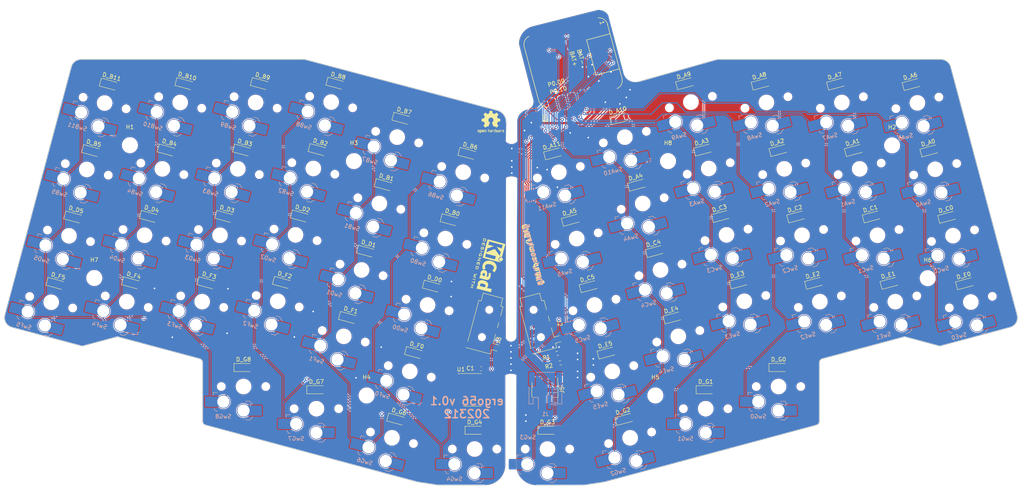
<source format=kicad_pcb>
(kicad_pcb (version 20221018) (generator pcbnew)
  (title_block (date "2023-12-20") (rev "0.1") (company "github.com/LDAB"))
  (layers (0 "F.Cu" signal) (31 "B.Cu" signal) (34 "B.Paste" user) (35 "F.Paste" user) (36 "B.SilkS" user "B.Silkscreen") (37 "F.SilkS" user "F.Silkscreen") (38 "B.Mask" user) (39 "F.Mask" user) (44 "Edge.Cuts" user))
  (net 0 "")
  (net 1 "col0")
  (net 2 "col1")
  (net 3 "col2")
  (net 4 "col3")
  (net 5 "col4")
  (net 6 "col5")
  (net 7 "GND")
  (net 8 "row1")
  (net 9 "row2")
  (net 10 "row3")
  (net 11 "row4")
  (net 12 "col7")
  (net 13 "col8")
  (net 14 "col9")
  (net 15 "RST")
  (net 16 "col10")
  (net 17 "col11")
  (net 18 "col6")
  (net 19 "BAT")
  (net 20 "row0")
  (net 21 "+3V3")
  (net 22 "Net-(D_A0-A)")
  (net 23 "Net-(D_A1-A)")
  (net 24 "Net-(D_A2-A)")
  (net 25 "Net-(D_A3-A)")
  (net 26 "Net-(D_A4-A)")
  (net 27 "Net-(D_A5-A)")
  (net 28 "Net-(D_A6-A)")
  (net 29 "Net-(D_A7-A)")
  (net 30 "Net-(D_A8-A)")
  (net 31 "Net-(D_A9-A)")
  (net 32 "Net-(D_A10-A)")
  (net 33 "Net-(D_A11-A)")
  (net 34 "row6")
  (net 35 "Net-(D_B0-A)")
  (net 36 "Net-(D_B1-A)")
  (net 37 "Net-(D_B2-A)")
  (net 38 "Net-(D_B3-A)")
  (net 39 "Net-(D_B4-A)")
  (net 40 "Net-(D_B5-A)")
  (net 41 "row5")
  (net 42 "Net-(D_B6-A)")
  (net 43 "Net-(D_B7-A)")
  (net 44 "Net-(D_B8-A)")
  (net 45 "Net-(D_B9-A)")
  (net 46 "Net-(D_B10-A)")
  (net 47 "Net-(D_B11-A)")
  (net 48 "Net-(D_C0-A)")
  (net 49 "Net-(D_C1-A)")
  (net 50 "Net-(D_C2-A)")
  (net 51 "Net-(D_C3-A)")
  (net 52 "Net-(D_C4-A)")
  (net 53 "Net-(D_C5-A)")
  (net 54 "row7")
  (net 55 "Net-(D_D0-A)")
  (net 56 "Net-(D_D1-A)")
  (net 57 "Net-(D_D2-A)")
  (net 58 "Net-(D_D3-A)")
  (net 59 "Net-(D_D4-A)")
  (net 60 "Net-(D_D5-A)")
  (net 61 "Net-(D_E0-A)")
  (net 62 "Net-(D_E1-A)")
  (net 63 "Net-(D_E2-A)")
  (net 64 "Net-(D_E3-A)")
  (net 65 "Net-(D_E4-A)")
  (net 66 "Net-(D_E5-A)")
  (net 67 "row8")
  (net 68 "Net-(D_F0-A)")
  (net 69 "Net-(D_F1-A)")
  (net 70 "Net-(D_F2-A)")
  (net 71 "Net-(D_F3-A)")
  (net 72 "Net-(D_F4-A)")
  (net 73 "Net-(D_F5-A)")
  (net 74 "Net-(D_G0-A)")
  (net 75 "Net-(D_G1-A)")
  (net 76 "Net-(D_G2-A)")
  (net 77 "Net-(D_G3-A)")
  (net 78 "row9")
  (net 79 "Net-(D_G4-A)")
  (net 80 "Net-(D_G6-A)")
  (net 81 "Net-(D_G7-A)")
  (net 82 "Net-(D_G8-A)")
  (net 83 "SCL")
  (net 84 "SWDIO")
  (net 85 "SWDCLK")
  (net 87 "SDA")
  (net 94 "VBUS")
  (footprint "Diode_SMD:D_SOD-123" (layer "F.Cu") (at 172.122122 113.992977 15)
    (fp_text reference "D_E5")
    (fp_text value "~")
  )
  (footprint "Diode_SMD:D_SOD-123" (layer "F.Cu") (at 204.744334 96.647437 15)
    (fp_text reference "D_E3")
    (fp_text value "~")
  )
  (footprint "Diode_SMD:D_SOD-123" (layer "F.Cu") (at 223.405073 96.743588 15)
    (fp_text reference "D_E2")
    (fp_text value "~")
  )
  (footprint "Diode_SMD:D_SOD-123" (layer "F.Cu") (at 242.041892 96.750496 15)
    (fp_text reference "D_E1")
    (fp_text value "~")
  )
  (footprint "Diode_SMD:D_SOD-123" (layer "F.Cu") (at 260.702628 96.846634 15)
    (fp_text reference "D_E0")
    (fp_text value "~")
  )
  (footprint "Diode_SMD:D_SOD-123" (layer "F.Cu") (at 40.367311 80.534613 -15)
    (fp_text reference "D_D5")
    (fp_text value "~")
  )
  (footprint "Diode_SMD:D_SOD-123" (layer "F.Cu") (at 59.039182 80.39693 -15)
    (fp_text reference "D_D4")
    (fp_text value "~")
  )
  (footprint "Diode_SMD:D_SOD-123" (layer "F.Cu") (at 77.675889 80.390435 -15)
    (fp_text reference "D_D3")
    (fp_text value "~")
  )
  (footprint "Diode_SMD:D_SOD-123" (layer "F.Cu") (at 96.336634 80.294281 -15)
    (fp_text reference "D_D2")
    (fp_text value "~")
  )
  (footprint "Diode_SMD:D_SOD-123" (layer "F.Cu") (at 112.647735 88.967055 -15)
    (fp_text reference "D_D1")
    (fp_text value "~")
  )
  (footprint "Diode_SMD:D_SOD-123" (layer "F.Cu") (at 128.95884 97.639835 -15)
    (fp_text reference "D_D0")
    (fp_text value "~")
  )
  (footprint "Diode_SMD:D_SOD-123" (layer "F.Cu") (at 167.722187 97.572231 15)
    (fp_text reference "D_C5")
    (fp_text value "~")
  )
  (footprint "Diode_SMD:D_SOD-123" (layer "F.Cu") (at 184.0333 88.899466 15)
    (fp_text reference "D_C4")
    (fp_text value "~")
  )
  (footprint "Diode_SMD:D_SOD-123" (layer "F.Cu") (at 200.344416 80.226688 15)
    (fp_text reference "D_C3")
    (fp_text value "~")
  )
  (footprint "Diode_SMD:D_SOD-123" (layer "F.Cu") (at 219.005144 80.322836 15)
    (fp_text reference "D_C2")
    (fp_text value "~")
  )
  (footprint "Diode_SMD:D_SOD-123" (layer "F.Cu") (at 237.641971 80.329734 15)
    (fp_text reference "D_C1")
    (fp_text value "~")
  )
  (footprint "Diode_SMD:D_SOD-123" (layer "F.Cu") (at 256.302711 80.425887 15)
    (fp_text reference "D_C0")
    (fp_text value "~")
  )
  (footprint "Diode_SMD:D_SOD-123" (layer "F.Cu") (at 44.767246 64.113884 -15)
    (fp_text reference "D_B5")
    (fp_text value "~")
  )
  (footprint "Diode_SMD:D_SOD-123" (layer "F.Cu") (at 63.439107 63.976182 -15)
    (fp_text reference "D_B4")
    (fp_text value "~")
  )
  (footprint "Diode_SMD:D_SOD-123" (layer "F.Cu") (at 82.075809 63.969702 -15)
    (fp_text reference "D_B3")
    (fp_text value "~")
  )
  (footprint "Diode_SMD:D_SOD-123" (layer "F.Cu") (at 100.736559 63.873552 -15)
    (fp_text reference "D_B2")
    (fp_text value "~")
  )
  (footprint "Diode_SMD:D_SOD-123" (layer "F.Cu") (at 117.047665 72.546323 -15)
    (fp_text reference "D_B1")
    (fp_text value "~")
  )
  (footprint "Diode_SMD:D_SOD-123" (layer "F.Cu") (at 133.358764 81.219098 -15)
    (fp_text reference "D_B0")
    (fp_text value "~")
  )
  (footprint "Diode_SMD:D_SOD-123" (layer "F.Cu") (at 163.322261 81.151495 15)
    (fp_text reference "D_A5")
    (fp_text value "~")
  )
  (footprint "Diode_SMD:D_SOD-123" (layer "F.Cu") (at 179.633377 72.478735 15)
    (fp_text reference "D_A4")
    (fp_text value "~")
  )
  (footprint "Diode_SMD:D_SOD-123" (layer "F.Cu") (at 195.94449 63.805954 15)
    (fp_text reference "D_A3")
    (fp_text value "~")
  )
  (footprint "Diode_SMD:D_SOD-123" (layer "F.Cu") (at 214.605234 63.902106 15)
    (fp_text reference "D_A2")
    (fp_text value "~")
  )
  (footprint "Diode_SMD:D_SOD-123" (layer "F.Cu") (at 233.24205 63.90902 15)
    (fp_text reference "D_A1")
    (fp_text value "~")
  )
  (footprint "Diode_SMD:D_SOD-123" (layer "F.Cu") (at 251.902777 64.00515 15)
    (fp_text reference "D_A0")
    (fp_text value "~")
  )
  (footprint "Diode_SMD:D_SOD-123" (layer "F.Cu") (at 100.264573 123.155996)
    (fp_text reference "D_G7")
    (fp_text value "~")
  )
  (footprint "Diode_SMD:D_SOD-123" (layer "F.Cu") (at 120.150091 130.511762 -15)
    (fp_text reference "D_G6")
    (fp_text value "~")
  )
  (footprint "Diode_SMD:D_SOD-123" (layer "F.Cu") (at 139.350572 133.174992)
    (fp_text reference "D_G4")
    (fp_text value "~")
  )
  (footprint "Diode_SMD:D_SOD-123" (layer "F.Cu") (at 176.525605 130.415362 15)
    (fp_text reference "D_G2")
    (fp_text value "~")
  )
  (footprint "Diode_SMD:D_SOD-123" (layer "F.Cu") (at 196.436821 123.155674)
    (fp_text reference "D_G1")
    (fp_text value "~")
  )
  (footprint "Diode_SMD:D_SOD-123" (layer "F.Cu") (at 35.967396 96.955358 -15)
    (fp_text reference "D_F5")
    (fp_text value "~")
  )
  (footprint "Diode_SMD:D_SOD-123" (layer "F.Cu") (at 54.639251 96.817675 -15)
    (fp_text reference "D_F4")
    (fp_text value "~")
  )
  (footprint "Diode_SMD:D_SOD-123" (layer "F.Cu") (at 73.275966 96.81118 -15)
    (fp_text reference "D_F3")
    (fp_text value "~")
  )
  (footprint "Diode_SMD:D_SOD-123" (layer "F.Cu") (at 91.936697 96.715032 -15)
    (fp_text reference "D_F2")
    (fp_text value "~")
  )
  (footprint "Diode_SMD:D_SOD-123" (layer "F.Cu") (at 108.247816 105.387798 -15)
    (fp_text reference "D_F1")
    (fp_text value "~")
  )
  (footprint "Diode_SMD:D_SOD-123" (layer "F.Cu") (at 124.558926 114.060566 -15)
    (fp_text reference "D_F0")
    (fp_text value "~")
  )
  (footprint "Diode_SMD:D_SOD-123" (layer "F.Cu") (at 188.433231 105.320203 15)
    (fp_text reference "D_E4")
    (fp_text value "~")
  )
  (footprint "Connector_Audio:Jack_3.5mm_PJ320D_Horizontal" (layer "F.Cu") (at 141.73555 107.99953 -105)
    (fp_text reference "J3")
    (fp_text value "AudioJack3_Ground")
  )
  (footprint "Diode_SMD:D_SOD-123" (layer "F.Cu") (at 67.839012 47.555414 -15)
    (fp_text reference "D_B10")
    (fp_text value "~")
  )
  (footprint "MountingHole:MountingHole_3.5mm" (layer "F.Cu") (at 251.294969 95.575136)
    (fp_text reference "H6")
    (fp_text value "MountingHole")
  )
  (footprint "MountingHole:MountingHole_3.5mm" (layer "F.Cu") (at 112.672016 124.571755)
    (fp_text reference "H4")
    (fp_text value "MountingHole")
  )
  (footprint "Diode_SMD:D_SOD-123" (layer "F.Cu") (at 158.922397 64.730755 15)
    (fp_text reference "D_A11")
    (fp_text value "~")
  )
  (footprint "MountingHole:MountingHole_3.5mm" (layer "F.Cu") (at 242.495081 62.733607)
    (fp_text reference "H2")
    (fp_text value "MountingHole")
  )
  (footprint "Capacitor_SMD:C_0603_1608Metric_Pad1.08x0.95mm_HandSolder" (layer "F.Cu") (at 140.97 117.983 180)
    (fp_text reference "C1")
    (fp_text value "100n")
  )
  (footprint "Diode_SMD:D_SOD-123" (layer "F.Cu") (at 228.842112 47.488251 15)
    (fp_text reference "D_A7")
    (fp_text value "~")
  )
  (footprint "Diode_SMD:D_SOD-123" (layer "F.Cu") (at 175.233457 56.058026 15)
    (fp_text reference "D_A10")
    (fp_text value "~")
  )
  (footprint "MountingHole:MountingHole_3.5mm" (layer "F.Cu") (at 187.139552 66.624529)
    (fp_text reference "H8")
    (fp_text value "MountingHole")
  )
  (footprint "Resistor_SMD:R_0603_1608Metric_Pad0.98x0.95mm_HandSolder" (layer "F.Cu") (at 160.53155 116.50853 -165)
    (fp_text reference "R2")
    (fp_text value "10K")
  )
  (footprint "Diode_SMD:D_SOD-123" (layer "F.Cu") (at 247.502374 47.584159 15)
    (fp_text reference "D_A6")
    (fp_text value "~")
  )
  (footprint "Diode_SMD:D_SOD-123" (layer "F.Cu") (at 121.447563 56.125598 -15)
    (fp_text reference "D_B7")
    (fp_text value "~")
  )
  (footprint "Connector_PinHeader_1.27mm:PinHeader_2x05_P1.27mm_Vertical_SMD" (layer "F.Cu") (at 156.72155 123.19453 -90)
    (fp_text reference "J5")
    (fp_text value "Conn_ARM_SWD")
  )
  (footprint "Diode_SMD:D_SOD-123" (layer "F.Cu") (at 214.437165 117.673497)
    (fp_text reference "D_G0")
    (fp_text value "~")
  )
  (footprint "Diode_SMD:D_SOD-123" (layer "F.Cu") (at 137.758722 64.798342 -15)
    (fp_text reference "D_B6")
    (fp_text value "~")
  )
  (footprint "Connector_Audio:Jack_3.5mm_PJ320D_Horizontal" (layer "F.Cu") (at 155.160779 108.014212 -75)
    (fp_text reference "J2")
    (fp_text value "AudioJack3_Ground")
  )
  (footprint "Package_SO:TSSOP-24_4.4x7.8mm_P0.65mm" (layer "F.Cu") (at 138.81455 123.19453)
    (fp_text reference "U1")
    (fp_text value "PCA9555PW")
  )
  (footprint "Diode_SMD:D_SOD-123" (layer "F.Cu") (at 191.544616 47.385194 15)
    (fp_text reference "D_A9")
    (fp_text value "~")
  )
  (footprint "Symbol:KiCad-Logo2_5mm_SilkScreen" (layer "F.Cu") (at 142.823596 92.514014 -105)
    (fp_text reference "REF**" hide)
    (fp_text value "KiCad-Logo2_5mm_SilkScreen" hide)
  )
  (footprint "Diode_SMD:D_SOD-123" (layer "F.Cu") (at 86.475741 47.548921 -15)
    (fp_text reference "D_B9")
    (fp_text value "~")
  )
  (footprint "MountingHole:MountingHole_3.5mm" (layer "F.Cu") (at 54.194961 62.692513)
    (fp_text reference "H1")
    (fp_text value "MountingHole")
  )
  (footprint "Diode_SMD:D_SOD-123" (layer "F.Cu") (at 82.264574 117.673996)
    (fp_text reference "D_G8")
    (fp_text value "~")
  )
  (footprint "Diode_SMD:D_SOD-123" (layer "F.Cu") (at 105.136506 47.45277 -15)
    (fp_text reference "D_B8")
    (fp_text value "~")
  )
  (footprint "Diode_SMD:D_SOD-123" (layer "F.Cu") (at 49.167219 47.693106 -15)
    (fp_text reference "D_B11")
    (fp_text value "~")
  )
  (footprint "Resistor_SMD:R_0603_1608Metric_Pad0.98x0.95mm_HandSolder" (layer "F.Cu") (at 159.766 114.173 -165)
    (fp_text reference "R1")
    (fp_text value "10K")
  )
  (footprint "Symbol:OSHW-Logo2_7.3x6mm_SilkScreen" (layer "F.Cu") (at 143.38655 56.94553)
    (fp_text reference "REF**" hide)
    (fp_text value "OSHW-Logo2_7.3x6mm_SilkScreen" hide)
  )
  (footprint "MountingHole:MountingHole_3.5mm" (layer "F.Cu") (at 109.53921 66.624587)
    (fp_text reference "H3")
    (fp_text value "MountingHole")
  )
  (footprint "Diode_SMD:D_SOD-123" (layer "F.Cu") (at 210.205268 47.481339 15)
    (fp_text reference "D_A8")
    (fp_text value "~")
  )
  (footprint "MountingHole:MountingHole_3.5mm" (layer "F.Cu") (at 184.007067 124.571747)
    (fp_text reference "H5")
    (fp_text value "MountingHole")
  )
  (footprint "PCM_marbastlib-xp-promicroish:Xiao_nRF52840_AC_Reflow" (layer "F.Cu") (at 163.70655 42.21353 -75)
    (fp_text reference "U2")
    (fp_text value "Seeeduino Xiao nRF52840")
  )
  (footprint "Diode_SMD:D_SOD-123" (layer "F.Cu") (at 157.350569 133.174995)
    (fp_text reference "D_G3")
    (fp_text value "~")
  )
  (footprint "MountingHole:MountingHole_3.5mm" (layer "F.Cu") (at 45.395136 95.534008)
    (fp_text reference "H7")
    (fp_text value "MountingHole")
  )
  (footprint "PCM_marbastlib-choc:SW_choc_v1_HS_1u" (layer "B.Cu") (at 205.988494 101.280507 -165)
    (fp_text reference "SwE3")
    (fp_text value "SW_Push")
  )
  (footprint "PCM_marbastlib-choc:SW_choc_v1_HS_1u" (layer "B.Cu") (at 224.649222 101.376658 -165)
    (fp_text reference "SwE2")
    (fp_text value "SW_Push")
  )
  (footprint "PCM_marbastlib-choc:SW_choc_v1_HS_1u" (layer "B.Cu") (at 243.286049 101.383562 -165)
    (fp_text reference "SwE1")
    (fp_text value "SW_Push")
  )
  (footprint "PCM_marbastlib-choc:SW_choc_v1_HS_1u" (layer "B.Cu") (at 261.946789 101.479712 -165)
    (fp_text reference "SwE0")
    (fp_text value "SW_Push")
  )
  (footprint "PCM_marbastlib-choc:SW_choc_v1_HS_1u" (layer "B.Cu") (at 39.143256 85.100099 165)
    (fp_text reference "SwD5")
    (fp_text value "SW_Push")
  )
  (footprint "PCM_marbastlib-choc:SW_choc_v1_HS_1u" (layer "B.Cu") (at 57.815118 84.96241 165)
    (fp_text reference "SwD4")
    (fp_text value "SW_Push")
  )
  (footprint "PCM_marbastlib-choc:SW_choc_v1_HS_1u" (layer "B.Cu") (at 76.451828 84.955909 165)
    (fp_text reference "SwD3")
    (fp_text value "SW_Push")
  )
  (footprint "PCM_marbastlib-choc:SW_choc_v1_HS_1u" (layer "B.Cu") (at 111.423669 93.532531 165)
    (fp_text reference "SwD1")
    (fp_text value "SW_Push")
  )
  (footprint "PCM_marbastlib-choc:SW_choc_v1_HS_1u" (layer "B.Cu") (at 127.734789 102.20531 165)
    (fp_text reference "SwD0")
    (fp_text value "SW_Push")
  )
  (footprint "PCM_marbastlib-choc:SW_choc_v1_HS_1u" (layer "B.Cu") (at 168.966353 102.205305 -165)
    (fp_text reference "SwC5")
    (fp_text value "SW_Push")
  )
  (footprint "PCM_marbastlib-choc:SW_choc_v1_HS_1u" (layer "B.Cu") (at 132.134702 85.784573 165)
    (fp_text reference "SwB0")
    (fp_text value "SW_Push")
  )
  (footprint "PCM_marbastlib-choc:SW_choc_v1_HS_1u" (layer "B.Cu") (at 95.112563 84.859766 165)
    (fp_text reference "SwD2")
    (fp_text value "SW_Push")
  )
  (footprint "PCM_marbastlib-choc:SW_choc_v1_HS_1u" (layer "B.Cu") (at 185.277461 93.532539 -165)
    (fp_text reference "SwC4")
    (fp_text value "SW_Push")
  )
  (footprint "PCM_marbastlib-choc:SW_choc_v1_HS_1u" (layer "B.Cu") (at 201.588577 84.859766 -165)
    (fp_text reference "SwC3")
    (fp_text value "SW_Push")
  )
  (footprint "PCM_marbastlib-choc:SW_choc_v1_HS_1u" (layer "B.Cu") (at 220.249313 84.955916 -165)
    (fp_text reference "SwC2")
    (fp_text value "SW_Push")
  )
  (footprint "PCM_marbastlib-choc:SW_choc_v1_HS_1u" (layer "B.Cu") (at 238.886124 84.962824 -165)
    (fp_text reference "SwC1")
    (fp_text value "SW_Push")
  )
  (footprint "PCM_marbastlib-choc:SW_choc_v1_HS_1u" (layer "B.Cu") (at 257.546867 85.058972 -165)
    (fp_text reference "SwC0")
    (fp_text value "SW_Push")
  )
  (footprint "PCM_marbastlib-choc:SW_choc_v1_HS_1u" (layer "B.Cu") (at 43.54318 68.679353 165)
    (fp_text reference "SwB5")
    (fp_text value "SW_Push")
  )
  (footprint "PCM_marbastlib-choc:SW_choc_v1_HS_1u" (layer "B.Cu") (at 177.766217 135.046468 -165)
    (fp_text reference "SwG2")
    (fp_text value "SW_Push")
  )
  (footprint "PCM_marbastlib-choc:SW_choc_v1_HS_1u" (layer "B.Cu") (at 62.215042 68.541678 165)
    (fp_text reference "SwB4")
    (fp_text value "SW_Push")
  )
  (footprint "PCM_marbastlib-choc:SW_choc_v1_HS_1u" (layer "B.Cu") (at 253.146927 68.638224 -165)
    (fp_text reference "SwA0")
    (fp_text value "SW_Push")
  )
  (footprint "PCM_marbastlib-choc:SW_choc_v1_HS_1u" (layer "B.Cu") (at 180.877542 77.1118 -165)
    (fp_text reference "SwA4")
    (fp_text value "SW_Push")
  )
  (footprint "PCM_marbastlib-choc:SW_choc_v1_HS_1u" (layer "B.Cu") (at 197.188649 68.439026 -165)
    (fp_text reference "SwA3")
    (fp_text value "SW_Push")
  )
  (footprint "PCM_marbastlib-choc:SW_choc_v1_HS_1u" (layer "B.Cu") (at 115.823598 77.111796 165)
    (fp_text reference "SwB1")
    (fp_text value "SW_Push")
  )
  (footprint "PCM_marbastlib-choc:SW_choc_v1_HS_1u" (layer "B.Cu") (at 123.334859 118.626045 165)
    (fp_text reference "SwF0")
    (fp_text value "SW_Push")
  )
  (footprint "PCM_marbastlib-choc:SW_choc_v1_HS_1u" (layer "B.Cu") (at 234.486214 68.542084 -165)
    (fp_text reference "SwA1")
    (fp_text value "SW_Push")
  )
  (footprint "PCM_marbastlib-choc:SW_choc_v1_HS_1u" (layer "B.Cu") (at 80.851749 68.535178 165)
    (fp_text reference "SwB3")
    (fp_text value "SW_Push")
  )
  (footprint "PCM_marbastlib-choc:SW_choc_v1_HS_1u" (layer "B.Cu") (at 99.512487 68.439036 165)
    (fp_text reference "SwB2")
    (fp_text value "SW_Push")
  )
  (footprint "PCM_marbastlib-choc:SW_choc_v1_HS_1u" (layer "B.Cu") (at 34.743324 101.520842 165)
    (fp_text reference "SwF5")
    (fp_text value "SW_Push")
  )
  (footprint "PCM_marbastlib-choc:SW_choc_v1_HS_1u" (layer "B.Cu") (at 53.415184 101.383149 165)
    (fp_text reference "SwF4")
    (fp_text value "SW_Push")
  )
  (footprint "PCM_marbastlib-choc:SW_choc_v1_HS_1u" (layer "B.Cu") (at 72.051909 101.376659 165)
    (fp_text reference "SwF3")
    (fp_text value "SW_Push")
  )
  (footprint "PCM_marbastlib-choc:SW_choc_v1_HS_1u" (layer "B.Cu") (at 90.712644 101.280517 165)
    (fp_text reference "SwF2")
    (fp_text value "SW_Push")
  )
  (footprint "PCM_marbastlib-choc:SW_choc_v1_HS_1u" (layer "B.Cu") (at 107.023754 109.953268 165)
    (fp_text reference "SwF1")
    (fp_text value "SW_Push")
  )
  (footprint "PCM_marbastlib-choc:SW_choc_v1_HS_1u" (layer "B.Cu") (at 173.366287 118.626054 -165)
    (fp_text reference "SwE5")
    (fp_text value "SW_Push")
  )
  (footprint "PCM_marbastlib-choc:SW_choc_v1_HS_1u" (layer "B.Cu") (at 189.67739 109.953278 -165)
    (fp_text reference "SwE4")
    (fp_text value "SW_Push")
  )
  (footprint "PCM_marbastlib-choc:SW_choc_v1_HS_1u" (layer "B.Cu") (at 215.849382 68.535183 -165)
    (fp_text reference "SwA2")
    (fp_text value "SW_Push")
  )
  (footprint "PCM_marbastlib-choc:SW_choc_v1_HS_1u" (layer "B.Cu") (at 164.566436 85.784569 -165)
    (fp_text reference "SwA5")
    (fp_text value "SW_Push")
  )
  (footprint "PCM_marbastlib-choc:SW_choc_v1_HS_1u" (layer "B.Cu") (at 196.436816 127.850672 180)
    (fp_text reference "SwG1")
    (fp_text value "SW_Push")
  )
  (footprint "PCM_marbastlib-choc:SW_choc_v1_HS_1u" (layer "B.Cu") (at 118.934937 135.046785 165)
    (fp_text reference "SwG6")
    (fp_text value "SW_Push")
  )
  (footprint "PCM_marbastlib-choc:SW_choc_v1_HS_1u" (layer "B.Cu") (at 100.264573 127.850999 180)
    (fp_text reference "SwG7")
    (fp_text value "SW_Push")
  )
  (footprint "PCM_marbastlib-choc:SW_choc_v1_HS_1u" (layer "B.Cu") (at 139.350564 137.824528 180)
    (fp_text reference "SwG4")
    (fp_text value "SW_Push")
  )
  (footprint "PCM_marbastlib-choc:SW_choc_v1_HS_1u" (layer "B.Cu") (at 214.437165 122.368497 180)
    (fp_text reference "SwG0")
    (fp_text value "SW_Push")
  )
  (footprint "PCM_marbastlib-choc:SW_choc_v1_HS_1u" (layer "B.Cu") (at 230.086278 52.121327 -165)
    (fp_text reference "SwA7")
    (fp_text value "SW_Push")
  )
  (footprint "PCM_marbastlib-choc:SW_choc_v1_HS_1u" (layer "B.Cu") (at 248.747044 52.217477 -165)
    (fp_text reference "SwA6")
    (fp_text value "SW_Push")
  )
  (footprint "PCM_marbastlib-choc:SW_choc_v1_HS_1u" (layer "B.Cu") (at 85.251681 52.114403 165)
    (fp_text reference "SwB9")
    (fp_text value "SW_Push")
  )
  (footprint "PCM_marbastlib-choc:SW_choc_v1_HS_1u" (layer "B.Cu") (at 82.264573 122.368996 180)
    (fp_text reference "SwG8")
    (fp_text value "SW_Push")
  )
  (footprint "PCM_marbastlib-choc:SW_choc_v1_HS_1u" (layer "B.Cu") (at 47.943143 52.258568 165)
    (fp_text reference "SwB11")
    (fp_text value "SW_Push")
  )
  (footprint "PCM_marbastlib-choc:SW_choc_v1_HS_1u" (layer "B.Cu") (at 192.788773 52.018263 -165)
    (fp_text reference "SwA9")
    (fp_text value "SW_Push")
  )
  (footprint "PCM_marbastlib-choc:SW_choc_v1_HS_1u" (layer "B.Cu") (at 160.16655 69.363832 -165)
    (fp_text reference "SwA11")
    (fp_text value "SW_Push")
  )
  (footprint "PCM_marbastlib-choc:SW_choc_v1_HS_1u" (layer "B.Cu") (at 120.223509 60.691078 165)
    (fp_text reference "SwB7")
    (fp_text value "SW_Push")
  )
  (footprint "PCM_marbastlib-choc:SW_choc_v1_HS_1u" (layer "B.Cu") (at 66.614955 52.120891 165)
    (fp_text reference "SwB10")
    (fp_text value "SW_Push")
  )
  (footprint "PCM_marbastlib-choc:SW_choc_v1_HS_1u" (layer "B.Cu") (at 103.912439 52.018253 165)
    (fp_text reference "SwB8")
    (fp_text value "SW_Push")
  )
  (footprint "PCM_marbastlib-choc:SW_choc_v1_HS_1u" (layer "B.Cu") (at 211.449432 52.114421 -165)
    (fp_text reference "SwA8")
    (fp_text value "SW_Push")
  )
  (footprint "PCM_marbastlib-choc:SW_choc_v1_HS_1u" (layer "B.Cu") (at 176.477608 60.6911 -165)
    (fp_text reference "SwA10")
    (fp_text value "SW_Push")
  )
  (footprint "PCM_marbastlib-choc:SW_choc_v1_HS_1u" (layer "B.Cu") (at 157.350563 137.824532 180)
    (fp_text reference "SwG3")
    (fp_text value "SW_Push")
  )
  (footprint "PCM_marbastlib-choc:SW_choc_v1_HS_1u" (layer "B.Cu") (at 136.534664 69.363816 165)
    (fp_text reference "SwB6")
    (fp_text value "SW_Push")
  )
  (footprint "Connector_JST:JST_PH_S2B-PH-SM4-TB_1x02-1MP_P2.00mm_Horizontal" (layer "B.Cu") (at 156.84855 123.36653)
    (fp_text reference "J1")
    (fp_text value "BAT" hide)
  )
  (gr_arc (start 71.401864 115.499221) (mid 71.936152 115.856073) (end 72.143044 116.464356) (stroke (width 0.188976)) (layer "Edge.Cuts"))
  (gr_line (start 254.261975 112.386029) (end 245.5945 110.056278) (stroke (width 0.188976)) (layer "Edge.Cuts"))
  (gr_line (start 171.388404 145.987649) (end 166.343022 146.756332) (stroke (width 0.188976)) (layer "Edge.Cuts"))
  (gr_arc (start 224.542925 116.464079) (mid 224.749804 115.85578) (end 225.284106 115.498943) (stroke (width 0.188976)) (layer "Edge.Cuts"))
  (gr_arc (start 25.052754 107.732461) (mid 23.534751 106.567652) (end 23.284987 104.670601) (stroke (width 0.188976)) (layer "Edge.Cuts"))
  (gr_line (start 152.501377 53.830499) (end 151.980791 53.994112) (stroke (width 0.05)) (layer "Edge.Cuts"))
  (gr_arc (start 147.108209 70.76535) (mid 148.489088 70.395557) (end 149.86355 70.788531) (stroke (width 0.05)) (layer "Edge.Cuts"))
  (gr_line (start 149.68877 110.1294) (end 149.86355 70.788531) (stroke (width 0.05)) (layer "Edge.Cuts"))
  (gr_line (start 256.979064 43.312681) (end 273.400929 104.670314) (stroke (width 0.188976)) (layer "Edge.Cuts"))
  (gr_arc (start 150.315659 37.64153) (mid 151.212791 34.945061) (end 153.54655 33.32353) (stroke (width 0.05)) (layer "Edge.Cuts"))
  (gr_arc (start 179.853881 46.968512) (mid 177.549595 46.688114) (end 176.135152 44.847528) (stroke (width 0.05)) (layer "Edge.Cuts"))
  (gr_line (start 147.069551 61.77153) (end 147.154567 57.010572) (stroke (width 0.05)) (layer "Edge.Cuts"))
  (gr_line (start 153.839424 51.427215) (end 150.315659 37.64153) (stroke (width 0.05)) (layer "Edge.Cuts"))
  (gr_arc (start 153.839424 51.427215) (mid 153.64914 52.8954) (end 152.501377 53.830499) (stroke (width 0.05)) (layer "Edge.Cuts"))
  (gr_line (start 146.94255 119.55653) (end 146.94255 141.741085) (stroke (width 0.05)) (layer "Edge.Cuts"))
  (gr_arc (start 144.923606 54.057128) (mid 146.548854 55.148784) (end 147.154567 57.010572) (stroke (width 0.188976)) (layer "Edge.Cuts"))
  (gr_line (start 125.29762 145.987617) (end 72.884113 131.909698) (stroke (width 0.188976)) (layer "Edge.Cuts"))
  (gr_arc (start 224.542787 130.943884) (mid 224.336259 131.552539) (end 223.801916 131.909727) (stroke (width 0.188976)) (layer "Edge.Cuts"))
  (gr_line (start 169.67555 29.259531) (end 153.54655 33.32353) (stroke (width 0.05)) (layer "Edge.Cuts"))
  (gr_arc (start 154.62643 146.756323) (mid 151.086133 145.287127) (end 149.626452 141.742921) (stroke (width 0.05)) (layer "Edge.Cuts"))
  (gr_line (start 72.143242 130.943856) (end 72.143044 116.464356) (stroke (width 0.188976)) (layer "Edge.Cuts"))
  (gr_line (start 23.284987 104.670601) (end 39.706856 43.31299) (stroke (width 0.188976)) (layer "Edge.Cuts"))
  (gr_arc (start 72.884113 131.909698) (mid 72.349788 131.552492) (end 72.143242 130.943856) (stroke (width 0.188976)) (layer "Edge.Cuts"))
  (gr_arc (start 273.400929 104.670314) (mid 273.151191 106.567365) (end 271.633163 107.732174) (stroke (width 0.188976)) (layer "Edge.Cuts"))
  (gr_line (start 179.853881 46.968512) (end 199.274015 41.464767) (stroke (width 0.188976)) (layer "Edge.Cuts"))
  (gr_arc (start 169.67555 29.259531) (mid 171.204489 29.489261) (end 172.355356 30.521704) (stroke (width 0.05)) (layer "Edge.Cuts"))
  (gr_line (start 141.949109 146.741081) (end 130.343005 146.756306) (stroke (width 0.188976)) (layer "Edge.Cuts"))
  (gr_arc (start 146.94255 141.741085) (mid 145.480402 145.274299) (end 141.949109 146.741081) (stroke (width 0.05)) (layer "Edge.Cuts"))
  (gr_line (start 97.411855 41.465021) (end 97.411855 41.465021) (stroke (width 0.188976)) (layer "Edge.Cuts"))
  (gr_arc (start 39.706856 43.31299) (mid 40.600573 41.976039) (end 42.123699 41.460039) (stroke (width 0.188976)) (layer "Edge.Cuts"))
  (gr_arc (start 149.880356 56.878811) (mid 150.455051 55.090219) (end 151.980791 53.994112) (stroke (width 0.05)) (layer "Edge.Cuts"))
  (gr_line (start 149.626452 141.742921) (end 149.685989 119.530651) (stroke (width 0.05)) (layer "Edge.Cuts"))
  (gr_line (start 176.135152 44.847528) (end 172.355356 30.521704) (stroke (width 0.05)) (layer "Edge.Cuts"))
  (gr_arc (start 149.68877 110.1294) (mid 148.486552 111.264439) (end 147.069551 110.41253) (stroke (width 0.05)) (layer "Edge.Cuts"))
  (gr_line (start 97.411855 41.465021) (end 144.923606 54.057128) (stroke (width 0.188976)) (layer "Edge.Cuts"))
  (gr_line (start 166.343022 146.756332) (end 154.62643 146.756323) (stroke (width 0.188976)) (layer "Edge.Cuts"))
  (gr_arc (start 149.916944 61.710192) (mid 148.507211 62.389082) (end 147.069551 61.77153) (stroke (width 0.05)) (layer "Edge.Cuts"))
  (gr_line (start 271.633163 107.732174) (end 254.261975 112.386029) (stroke (width 0.188976)) (layer "Edge.Cuts"))
  (gr_line (start 149.916944 61.710192) (end 149.880356 56.878811) (stroke (width 0.05)) (layer "Edge.Cuts"))
  (gr_line (start 42.123699 41.460039) (end 97.411855 41.465021) (stroke (width 0.188976)) (layer "Edge.Cuts"))
  (gr_line (start 147.069551 110.41253) (end 147.108209 70.76535) (stroke (width 0.05)) (layer "Edge.Cuts"))
  (gr_line (start 130.343005 146.756306) (end 125.29762 145.987617) (stroke (width 0.188976)) (layer "Edge.Cuts"))
  (gr_line (start 71.401864 115.499221) (end 51.091469 110.056553) (stroke (width 0.188976)) (layer "Edge.Cuts"))
  (gr_line (start 224.542925 116.464079) (end 224.542787 130.943884) (stroke (width 0.188976)) (layer "Edge.Cuts"))
  (gr_line (start 245.5945 110.056278) (end 225.284106 115.498943) (stroke (width 0.188976)) (layer "Edge.Cuts"))
  (gr_line (start 181.890401 46.117948) (end 181.890401 46.117948) (stroke (width 0.188976)) (layer "Edge.Cuts"))
  (gr_line (start 51.091469 110.056553) (end 42.423994 112.386304) (stroke (width 0.188976)) (layer "Edge.Cuts"))
  (gr_line (start 42.423994 112.386304) (end 25.052754 107.732461) (stroke (width 0.188976)) (layer "Edge.Cuts"))
  (gr_arc (start 254.562221 41.459728) (mid 256.085345 41.975725) (end 256.979064 43.312681) (stroke (width 0.188976)) (layer "Edge.Cuts"))
  (gr_line (start 199.274015 41.464767) (end 254.562221 41.459728) (stroke (width 0.188976)) (layer "Edge.Cuts"))
  (gr_line (start 223.801916 131.909727) (end 171.388404 145.987649) (stroke (width 0.188976)) (layer "Edge.Cuts"))
  (gr_arc (start 146.94255 119.55653) (mid 148.31115 119.212933) (end 149.685989 119.530651) (stroke (width 0.05)) (layer "Edge.Cuts"))
  (gr_text "ergo56 v0.1\n202312" (at 137.41755 127.55753) (layer "B.SilkS") (effects (font (size 2 2) (thickness 0.35)) (justify mirror)))
  (gr_text "github.com/LDAB" (at 153.80055 89.83853 105) (layer "B.SilkS") (effects (font (size 1.2 1.2) (thickness 0.3)) (justify mirror)))
  (gr_text "github.com/LDAB" (at 153.67355 89.71153 105) (layer "F.SilkS") (effects (font (size 1.2 1.2) (thickness 0.3))))
  (segment (start 166.015216 52.858216) (end 167.005 53.848) (width 0.25) (layer "F.Cu") (net 1))
  (segment (start 166.015216 50.829588) (end 166.015216 52.858216) (width 0.25) (layer "F.Cu") (net 1))
  (via (at 167.005 53.848) (size 0.8) (drill 0.4) (layers "F.Cu" "B.Cu") (net 1))
  (segment (start 221.686644 55.062644) (end 238.842539 55.062644) (width 0.25) (layer "B.Cu") (net 1))
  (segment (start 250.55338 90.815157) (end 253.419969 93.681746) (width 0.25) (layer "B.Cu") (net 1))
  (segment (start 206.644252 52.312926) (end 208.872326 54.541) (width 0.25) (layer "B.Cu") (net 1))
  (segment (start 238.842539 55.062644) (end 241.753557 57.973662) (width 0.25) (layer "B.Cu") (net 1))
  (segment (start 241.753557 57.973662) (end 246.15344 62.373545) (width 0.25) (layer "B.Cu") (net 1))
  (segment (start 196.017929 52.312926) (end 206.644252 52.312926) (width 0.25) (layer "B.Cu") (net 1))
  (segment (start 167.132 53.975) (end 181.102 53.975) (width 0.25) (layer "B.Cu") (net 1))
  (segment (start 185.133737 49.943263) (end 193.648266 49.943263) (width 0.25) (layer "B.Cu") (net 1))
  (segment (start 250.55338 78.794349) (end 250.55338 90.815157) (width 0.25) (layer "B.Cu") (net 1))
  (segment (start 246.15344 74.394409) (end 250.55338 78.794349) (width 0.25) (layer "B.Cu") (net 1))
  (segment (start 221.165 54.541) (end 221.686644 55.062644) (width 0.25) (layer "B.Cu") (net 1))
  (segment (start 181.102 53.975) (end 185.133737 49.943263) (width 0.25) (layer "B.Cu") (net 1))
  (segment (start 246.15344 62.373545) (end 246.15344 74.394409) (width 0.25) (layer "B.Cu") (net 1))
  (segment (start 208.872326 54.541) (end 221.165 54.541) (width 0.25) (layer "B.Cu") (net 1))
  (segment (start 253.419969 105.702564) (end 254.953302 107.235897) (width 0.25) (layer "B.Cu") (net 1))
  (segment (start 253.419969 93.681746) (end 253.419969 105.702564) (width 0.25) (layer "B.Cu") (net 1))
  (segment (start 167.005 53.848) (end 167.132 53.975) (width 0.25) (layer "B.Cu") (net 1))
  (segment (start 193.648266 49.943263) (end 196.017929 52.312926) (width 0.25) (layer "B.Cu") (net 1))
  (segment (start 163.561764 51.954164) (end 163.561764 51.486989) (width 0.25) (layer "F.Cu") (net 2))
  (segment (start 166.4462 54.8386) (end 163.561764 51.954164) (width 0.25) (layer "F.Cu") (net 2))
  (via (at 166.4462 54.8386) (size 0.8) (drill 0.4) (layers "F.Cu" "B.Cu") (net 2))
  (segment (start 166.5986 54.991) (end 183.007 54.991) (width 0.25) (layer "B.Cu") (net 2))
  (segment (start 166.4462 54.8386) (end 166.5986 54.991) (width 0.25) (layer "B.Cu") (net 2))
  (segment (start 226.22722 57.037644) (end 226.22722 69.058465) (width 0.25) (layer "B.Cu") (net 2))
  (segment (start 230.627156 85.479231) (end 235.027066 89.879141) (width 0.25) (layer "B.Cu") (net 2))
  (segment (start 185.781232 52.216768) (end 189.249768 52.216768) (width 0.25) (layer "B.Cu") (net 2))
  (segment (start 236.292562 95.118934) (end 236.292562 107.139747) (width 0.25) (layer "B.Cu") (net 2))
  (segment (start 191.54258 54.50958) (end 205.00458 54.50958) (width 0.25) (layer "B.Cu") (net 2))
  (segment (start 226.22722 69.058465) (end 230.627156 73.458401) (width 0.25) (layer "B.Cu") (net 2))
  (segment (start 183.007 54.991) (end 185.781232 52.216768) (width 0.25) (layer "B.Cu") (net 2))
  (segment (start 220.206279 54.991) (end 223.092791 57.877512) (width 0.25) (layer "B.Cu") (net 2))
  (segment (start 189.249768 52.216768) (end 191.54258 54.50958) (width 0.25) (layer "B.Cu") (net 2))
  (segment (start 231.892637 90.719009) (end 236.292562 95.118934) (width 0.25) (layer "B.Cu") (net 2))
  (segment (start 205.486 54.991) (end 220.206279 54.991) (width 0.25) (layer "B.Cu") (net 2))
  (segment (start 230.627156 73.458401) (end 230.627156 85.479231) (width 0.25) (layer "B.Cu") (net 2))
  (segment (start 205.00458 54.50958) (end 205.486 54.991) (width 0.25) (layer "B.Cu") (net 2))
  (segment (start 165.5064 55.7276) (end 164.691524 55.7276) (width 0.25) (layer "F.Cu") (net 3))
  (segment (start 164.691524 55.7276) (end 161.108313 52.144389) (width 0.25) (layer "F.Cu") (net 3))
  (via (at 165.5064 55.7276) (size 0.8) (drill 0.4) (layers "F.Cu" "B.Cu") (net 3))
  (segment (start 165.5064 55.7276) (end 166.2938 56.515) (width 0.25) (layer "B.Cu") (net 3))
  (segment (start 206.192165 126.118497) (end 206.192165 118.596413) (width 0.25) (layer "B.Cu") (net 3))
  (segment (start 185.752038 54.95958) (end 201.544919 54.95958) (width 0.25) (layer "B.Cu") (net 3))
  (segment (start 208.855895 74.291368) (end 204.455945 69.891418) (width 0.25) (layer "B.Cu") (net 3))
  (segment (start 166.2938 56.515) (end 184.196618 56.515) (width 0.25) (layer "B.Cu") (net 3))
  (segment (start 213.255826 78.691299) (end 213.255826 90.712101) (width 0.25) (layer "B.Cu") (net 3))
  (segment (start 201.544919 54.95958) (end 204.455945 57.870606) (width 0.25) (layer "B.Cu") (net 3))
  (segment (start 213.255826 102.732934) (end 213.255826 90.712101) (width 0.25) (layer "B.Cu") (net 3))
  (segment (start 206.192165 118.596413) (end 217.655735 107.132843) (width 0.25) (layer "B.Cu") (net 3))
  (segment (start 204.455945 69.891418) (end 204.455945 57.870606) (width 0.25) (layer "B.Cu") (net 3))
  (segment (start 217.655735 107.132843) (end 213.255826 102.732934) (width 0.25) (layer "B.Cu") (net 3))
  (segment (start 184.196618 56.515) (end 185.752038 54.95958) (width 0.25) (layer "B.Cu") (net 3))
  (segment (start 208.855895 74.291368) (end 213.255826 78.691299) (width 0.25) (layer "B.Cu") (net 3))
  (segment (start 162.012472 56.1594) (end 158.654861 52.801789) (width 0.25) (layer "F.Cu") (net 4))
  (segment (start 163.8554 56.1594) (end 162.012472 56.1594) (width 0.25) (layer "F.Cu") (net 4))
  (via (at 163.8554 56.1594) (size 0.8) (drill 0.4) (layers "F.Cu" "B.Cu") (net 4))
  (segment (start 163.8554 56.1594) (end 165.470448 57.774448) (width 0.25) (layer "B.Cu") (net 4))
  (segment (start 165.470448 57.774448) (end 185.795286 57.774448) (width 0.25) (layer "B.Cu") (net 4))
  (segment (start 193.379484 61.345464) (end 188.97955 56.94553) (width 0.25) (layer "B.Cu") (net 4))
  (segment (start 193.379484 73.36623) (end 193.379484 61.345464) (width 0.25) (layer "B.Cu") (net 4))
  (segment (start 197.779403 77.766149) (end 193.379484 73.36623) (width 0.25) (layer "B.Cu") (net 4))
  (segment (start 188.97955 123.151814) (end 202.179332 109.952032) (width 0.25) (layer "B.Cu") (net 4))
  (segment (start 197.779403 89.786969) (end 197.779403 77.766149) (width 0.25) (layer "B.Cu") (net 4))
  (segment (start 202.179332 109.952032) (end 202.179332 94.186898) (width 0.25) (layer "B.Cu") (net 4))
  (segment (start 190.268159 131.300898) (end 188.97955 130.012289) (width 0.25) (layer "B.Cu") (net 4))
  (segment (start 188.97955 130.012289) (end 188.97955 123.151814) (width 0.25) (layer "B.Cu") (net 4))
  (segment (start 202.179332 94.186898) (end 197.779403 89.786969) (width 0.25) (layer "B.Cu") (net 4))
  (segment (start 159.610444 56.3305) (end 156.291939 53.011995) (width 0.25) (layer "F.Cu") (net 5))
  (segment (start 161.0106 56.3305) (end 159.610444 56.3305) (width 0.25) (layer "F.Cu") (net 5))
  (segment (start 156.291939 53.011995) (end 156.291939 50.116872) (width 0.25) (layer "F.Cu") (net 5))
  (via (at 161.0106 56.3305) (size 0.8) (drill 0.4) (layers "F.Cu" "B.Cu") (net 5))
  (segment (start 181.418403 86.428036) (end 177.018484 82.028117) (width 0.25) (layer "B.Cu") (net 5))
  (segment (start 185.818332 114.869595) (end 185.818332 102.848785) (width 0.25) (layer "B.Cu") (net 5))
  (segment (start 177.018484 70.007351) (end 172.61855 65.607417) (width 0.25) (layer "B.Cu") (net 5))
  (segment (start 161.0106 63.01258) (end 163.605437 65.607417) (width 0.25) (layer "B.Cu") (net 5))
  (segment (start 185.818332 118.613919) (end 185.818332 114.869595) (width 0.25) (layer "B.Cu") (net 5))
  (segment (start 163.605437 65.607417) (end 172.61855 65.607417) (width 0.25) (layer "B.Cu") (net 5))
  (segment (start 161.0106 56.3305) (end 161.0106 63.01258) (width 0.25) (layer "B.Cu") (net 5))
  (segment (start 173.907159 139.962785) (end 173.907159 130.525092) (width 0.25) (layer "B.Cu") (net 5))
  (segment (start 181.418403 98.448856) (end 181.418403 86.428036) (width 0.25) (layer "B.Cu") (net 5))
  (segment (start 177.018484 82.028117) (end 177.018484 70.007351) (width 0.25) (layer "B.Cu") (net 5))
  (segment (start 185.818332 102.848785) (end 181.418403 98.448856) (width 0.25) (layer "B.Cu") (net 5))
  (segment (start 173.907159 130.525092) (end 185.818332 118.613919) (width 0.25) (layer "B.Cu") (net 5))
  (segment (start 154.655474 50.779071) (end 154.655474 49.420199) (width 0.25) (layer "F.Cu") (net 6))
  (segment (start 154.655474 49.420199) (end 155.798889 48.276784) (width 0.25) (layer "F.Cu") (net 6))
  (segment (start 154.7114 59.283418) (end 154.7114 50.834997) (width 0.25) (layer "F.Cu") (net 6))
  (segment (start 153.161909 60.832909) (end 154.7114 59.283418) (width 0.25) (layer "F.Cu") (net 6))
  (segment (start 154.7114 50.834997) (end 154.655474 50.779071) (width 0.25) (layer "F.Cu") (net 6))
  (via (at 153.161909 60.832909) (size 0.8) (drill 0.4) (layers "F.Cu" "B.Cu") (net 6))
  (segment (start 153.173063 75.120017) (end 157.572949 79.519903) (width 0.25) (layer "B.Cu") (net 6))
  (segment (start 160.479367 131.62153) (end 155.869982 131.62153) (width 0.25) (layer "B.Cu") (net 6))
  (segment (start 153.161909 60.832909) (end 153.173063 60.844063) (width 0.25) (layer "B.Cu") (net 6))
  (segment (start 153.173063 60.844063) (end 153.173063 75.120017) (width 0.25) (layer "B.Cu") (net 6))
  (segment (start 157.572949 79.519903) (end 157.572949 91.540754) (width 0.25) (layer "B.Cu") (net 6))
  (segment (start 155.869982 131.62153) (end 154.000563 133.490949) (width 0.25) (layer "B.Cu") (net 6))
  (segment (start 161.972866 95.940671) (end 161.972866 107.96149) (width 0.25) (layer "B.Cu") (net 6))
  (segment (start 154.000563 133.490949) (end 154.000563 139.924532) (width 0.25) (layer "B.Cu") (net 6))
  (segment (start 166.3728 124.382239) (end 166.3728 125.728097) (width 0.25) (layer "B.Cu") (net 6))
  (segment (start 166.3728 125.728097) (end 160.479367 131.62153) (width 0.25) (layer "B.Cu") (net 6))
  (segment (start 166.3728 112.361424) (end 166.3728 124.382239) (width 0.25) (layer "B.Cu") (net 6))
  (segment (start 157.572949 91.540754) (end 161.972866 95.940671) (width 0.25) (layer "B.Cu") (net 6))
  (segment (start 161.972866 107.96149) (end 166.3728 112.361424) (width 0.25) (layer "B.Cu") (net 6))
  (segment (start 154.000563 139.924532) (end 152.350563 141.574532) (width 0.25) (layer "B.Cu") (net 6))
  (via (at 167.4368 60.8076) (size 0.8) (drill 0.4) (layers "F.Cu" "B.Cu") (net 7))
  (via (at 164.7952 114.1476) (size 0.8) (drill 0.4) (layers "F.Cu" "B.Cu") (net 7))
  (via (at 168.6814 117.0432) (size 0.8) (drill 0.4) (layers "F.Cu" "B.Cu") (net 7))
  (via (at 110.0582 120.2182) (size 0.8) (drill 0.4) (layers "F.Cu" "B.Cu") (net 7))
  (via (at 175.2346 52.4764) (size 0.8) (drill 0.4) (layers "F.Cu" "B.Cu") (net 7))
  (via (at 162.9664 59.6392) (size 0.8) (drill 0.4) (layers "F.Cu" "B.Cu") (net 7))
  (via (at 133.6294 96.393) (size 0.8) (drill 0.4) (layers "F.Cu" "B.Cu") (net 7))
  (via (at 148.336 115.316) (size 0.8) (drill 0.4) (layers "F.Cu" "B.Cu") (net 7))
  (via (at 168.6814 115.5192) (size 0.8) (drill 0.4) (layers "F.Cu" "B.Cu") (net 7))
  (via (at 78.2066 109.1946) (size 0.8) (drill 0.4) (layers "F.Cu" "B.Cu") (net 7))
  (via (at 164.7952 115.6716) (size 0.8) (drill 0.4) (layers "F.Cu" "B.Cu") (net 7))
  (via (at 94.8182 110.109) (size 0.8) (drill 0.4) (layers "F.Cu" "B.Cu") (net 7))
  (via (at 164.7952 118.618) (size 0.8) (drill 0.4) (layers "F.Cu" "B.Cu") (net 7))
  (via (at 148.5392 69.596) (size 0.8) (drill 0.4) (layers "F.Cu" "B.Cu") (net 7))
  (via (at 64.6684 110.1852) (size 0.8) (drill 0.4) (layers "F.Cu" "B.Cu") (net 7))
  (via (at 78.4098 98.171) (size 0.8) (drill 0.4) (layers "F.Cu" "B.Cu") (net 7))
  (via (at 177.7492 48.9712) (size 0.8) (drill 0.4) (layers "F.Cu" "B.Cu") (net 7))
  (via (at 152.019 130.937) (size 0.8) (drill 0.4) (layers "F.Cu" "B.Cu") (net 7))
  (via (at 154.8384 68.2244) (size 0.8) (drill 0.4) (layers "F.Cu" "B.Cu") (net 7))
  (via (at 133.5532 100.1268) (size 0.8) (drill 0.4) (layers "F.Cu" "B.Cu") (net 7))
  (via (at 148.336 113.792) (size 0.8) (drill 0.4) (layers "F.Cu" "B.Cu") (net 7))
  (via (at 99.4664 103.8098) (size 0.8) (drill 0.4) (layers "F.Cu" "B.Cu") (net 7))
  (via (at 170.053 46.8122) (size 0.8) (drill 0.4) (layers "F.Cu" "B.Cu") (net 7))
  (via (at 148.5392 68.072) (size 0.8) (drill 0.4) (layers "F.Cu" "B.Cu") (net 7))
  (via (at 153.3652 57.0992) (size 0.8) (drill 0.4) (layers "F.Cu" "B.Cu") (net 7))
  (via (at 152.019 129.413) (size 0.8) (drill 0.4) (layers "F.Cu" "B.Cu") (net 7))
  (via (at 168.3512 42.7736) (size 0.8) (drill 0.4) (layers "F.Cu" "B.Cu") (net 7))
  (via (at 167.4622 45.72) (size 0.8) (drill 0.4) (layers "F.Cu" "B.Cu") (net 7))
  (via (at 116.2812 112.6236) (size 0.8) (drill 0.4) (layers "F.Cu" "B.Cu") (net 7))
  (via (at 164.7952 120.142) (size 0.8) (drill 0.4) (layers "F.Cu" "B.Cu") (net 7))
  (via (at 160.2232 112.6236) (size 0.8) (drill 0.4) (layers "F.Cu" "B.Cu") (net 7))
  (via (at 176.8348 50.8762) (size 0.8) (drill 0.4) (layers "F.Cu" "B.Cu") (net 7))
  (via (at 148.336 118.364) (size 0.8) (drill 0.4) (layers "F.Cu" "B.Cu") (net 7))
  (via (at 165.989 43.3324) (size 0.8) (drill 0.4) (layers "F.Cu" "B.Cu") (net 7))
  (via (at 165.5318 39.8018) (size 0.8) (drill 0.4) (layers "F.Cu" "B.Cu") (net 7))
  (via (at 148.336 116.84) (size 0.8) (drill 0.4) (layers "F.Cu" "B.Cu") (net 7))
  (via (at 151.6888 59.055) (size 0.8) (drill 0.4) (layers "F.Cu" "B.Cu") (net 7))
  (via (at 148.5392 63.5) (size 0.8) (drill 0.4) (layers "F.Cu" "B.Cu") (net 7))
  (via (at 148.5392 66.548) (size 0.8) (drill 0.4) (layers "F.Cu" "B.Cu") (net 7))
  (via (at 173.0502 44.577) (size 0.8) (drill 0.4) (layers "F.Cu" "B.Cu") (net 7))
  (via (at 148.336 112.268) (size 0.8) (drill 0.4) (layers "F.Cu" "B.Cu") (net 7))
  (via (at 157.2768 68.7324) (size 0.8) (drill 0.4) (layers "F.Cu" "B.Cu") (net 7))
  (via (at 159.8168 73.0758) (size 0.8) (drill 0.4) (layers "F.Cu" "B.Cu") (net 7))
  (via (at 171.6532 52.0446) (size 0.8) (drill 0.4) (layers "F.Cu" "B.Cu") (net 7))
  (via (at 158.6992 112.6236) (size 0.8) (drill 0.4) (layers "F.Cu" "B.Cu") (net 7))
  (via (at 60.2742 98.0948) (size 0.8) (drill 0.4) (layers "F.Cu" "B.Cu") (net 7))
  (segment (start 178.039599 71.060481) (end 178.039599 72.905786) (width 0.25) (layer "F.Cu") (net 8))
  (segment (start 246.485405 60.608607) (end 235.375736 60.608607) (width 0.25) (layer "F.Cu") (net 8))
  (segment (start 178.039599 72.905786) (end 170.401243 72.905786) (width 0.25) (layer "F.Cu") (net 8))
  (segment (start 159.512 79.362063) (end 161.728483 81.578546) (width 0.25) (layer "F.Cu") (net 8))
  (segment (start 156.21 71.389585) (end 159.512 74.691585) (width 0.25) (layer "F.Cu") (net 8))
  (segment (start 229.814354 62.502153) (end 214.83846 62.502153) (width 0.25) (layer "F.Cu") (net 8))
  (segment (start 170.279797 36.257681) (end 170.279797 40.739797) (width 0.25) (layer "F.Cu") (net 8))
  (segment (start 211.0883 62.406001) (end 196.177716 62.406001) (width 0.25) (layer "F.Cu") (net 8))
  (segment (start 170.401243 72.905786) (end 161.728483 81.578546) (width 0.25) (layer "F.Cu") (net 8))
  (segment (start 213.011456 64.329157) (end 211.0883 62.406001) (width 0.25) (layer "F.Cu") (net 8))
  (segment (start 194.350712 64.233005) (end 184.867075 64.233005) (width 0.25) (layer "F.Cu") (net 8))
  (segment (start 158.173 62.807) (end 156.21 64.77) (width 0.25) (layer "F.Cu") (net 8))
  (segment (start 166.304787 32.282671) (end 170.279797 36.257681) (width 0.25) (layer "F.Cu") (net 8))
  (segment (start 163.254396 62.807) (end 158.173 62.807) (width 0.25) (layer "F.Cu") (net 8))
  (segment (start 196.177716 62.406001) (end 194.350712 64.233005) (width 0.25) (layer "F.Cu") (net 8))
  (segment (start 231.648272 64.336071) (end 229.814354 62.502153) (width 0.25) (layer "F.Cu") (net 8))
  (segment (start 175.375513 45.835513) (end 175.375513 50.685883) (width 0.25) (layer "F.Cu") (net 8))
  (segment (start 170.279797 40.739797) (end 175.375513 45.835513) (width 0.25) (layer "F.Cu") (net 8))
  (segment (start 235.375736 60.608607) (end 231.648272 64.336071) (width 0.25) (layer "F.Cu") (net 8))
  (segment (start 214.83846 62.502153) (end 213.011456 64.329157) (width 0.25) (layer "F.Cu") (net 8))
  (segment (start 159.512 74.691585) (end 159.512 79.362063) (width 0.25) (layer "F.Cu") (net 8))
  (segment (start 250.308999 64.432201) (end 246.485405 60.608607) (width 0.25) (layer "F.Cu") (net 8))
  (segment (start 156.21 64.77) (end 156.21 71.389585) (width 0.25) (layer "F.Cu") (net 8))
  (segment (start 175.375513 50.685883) (end 163.254396 62.807) (width 0.25) (layer "F.Cu") (net 8))
  (segment (start 184.867075 64.233005) (end 178.039599 71.060481) (width 0.25) (layer "F.Cu") (net 8))
  (segment (start 153.628958 66.714646) (end 153.628958 71.294749) (width 0.25) (layer "F.Cu") (net 9))
  (segment (start 198.750638 80.653739) (end 191.1123 80.653739) (width 0.25) (layer "F.Cu") (net 9))
  (segment (start 174.925513 47.834201) (end 174.925513 50.320567) (width 0.25) (layer "F.Cu") (net 9))
  (segment (start 173.731805 46.706405) (end 173.797717 46.706405) (width 0.25) (layer "F.Cu") (net 9))
  (segment (start 182.439522 89.326517) (end 174.801174 89.326517) (width 0.25) (layer "F.Cu") (net 9))
  (segment (start 172.0596 45.0342) (end 173.731805 46.706405) (width 0.25) (layer "F.Cu") (net 9))
  (segment (start 173.797717 46.706405) (end 174.925513 47.834201) (width 0.25) (layer "F.Cu") (net 9))
  (segment (start 154.2034 86.98998) (end 165.212702 97.999282) (width 0.25) (layer "F.Cu") (net 9))
  (segment (start 215.488214 78.826735) (end 200.577642 78.826735) (width 0.25) (layer "F.Cu") (net 9))
  (segment (start 162.88908 62.357) (end 157.986604 62.357) (width 0.25) (layer "F.Cu") (net 9))
  (segment (start 217.411366 80.749887) (end 215.488214 78.826735) (width 0.25) (layer "F.Cu") (net 9))
  (segment (start 219.23837 78.922883) (end 217.411366 80.749887) (width 0.25) (layer "F.Cu") (net 9))
  (segment (start 234.214291 78.922883) (end 219.23837 78.922883) (width 0.25) (layer "F.Cu") (net 9))
  (segment (start 200.577642 78.826735) (end 198.750638 80.653739) (width 0.25) (layer "F.Cu") (net 9))
  (segment (start 166.9542 36.042935) (end 166.9542 42.973741) (width 0.25) (layer "F.Cu") (net 9))
  (segment (start 237.875197 78.929781) (end 236.048193 80.756785) (width 0.25) (layer "F.Cu") (net 9))
  (segment (start 169.014659 45.0342) (end 172.0596 45.0342) (width 0.25) (layer "F.Cu") (net 9))
  (segment (start 163.851336 32.940071) (end 166.9542 36.042935) (width 0.25) (layer "F.Cu") (net 9))
  (segment (start 165.212702 97.999282) (end 166.128409 97.999282) (width 0.25) (layer "F.Cu") (net 9))
  (segment (start 254.708933 80.852938) (end 252.785776 78.929781) (width 0.25) (layer "F.Cu") (net 9))
  (segment (start 236.048193 80.756785) (end 234.214291 78.922883) (width 0.25) (layer "F.Cu") (net 9))
  (segment (start 174.801174 89.326517) (end 166.128409 97.999282) (width 0.25) (layer "F.Cu") (net 9))
  (segment (start 154.2034 71.869191) (end 154.2034 86.98998) (width 0.25) (layer "F.Cu") (net 9))
  (segment (start 191.1123 80.653739) (end 182.439522 89.326517) (width 0.25) (layer "F.Cu") (net 9))
  (segment (start 157.986604 62.357) (end 153.628958 66.714646) (width 0.25) (layer "F.Cu") (net 9))
  (segment (start 252.785776 78.929781) (end 237.875197 78.929781) (width 0.25) (layer "F.Cu") (net 9))
  (segment (start 174.925513 50.320567) (end 162.88908 62.357) (width 0.25) (layer "F.Cu") (net 9))
  (segment (start 153.628958 71.294749) (end 154.2034 71.869191) (width 0.25) (layer "F.Cu") (net 9))
  (segment (start 166.9542 42.973741) (end 169.014659 45.0342) (width 0.25) (layer "F.Cu") (net 9))
  (segment (start 168.531326 106.733126) (end 168.531326 112.42301) (width 0.25) (layer "F.Cu") (net 10))
  (segment (start 153.6192 91.6686) (end 166.751 104.8004) (width 0.25) (layer "F.Cu") (net 10))
  (segment (start 154.1018 65.2526) (end 153.178958 66.175442) (width 0.25) (layer "F.Cu") (net 10))
  (segment (start 158.1912 61.3156) (end 154.2542 65.2526) (width 0.25) (layer "F.Cu") (net 10))
  (segment (start 162.1536 35.687) (end 162.1536 34.353188) (width 0.25) (layer "F.Cu") (net 10))
  (segment (start 204.952259 95.051327) (end 203.125255 96.878331) (width 0.25) (layer "F.Cu") (net 10))
  (segment (start 159.131 61.3156) (end 158.1912 61.3156) (width 0.25) (layer "F.Cu") (net 10))
  (segment (start 221.785983 96.974479) (end 219.862831 95.051327) (width 0.25) (layer "F.Cu") (net 10))
  (segment (start 219.862831 95.051327) (end 204.952259 95.051327) (width 0.25) (layer "F.Cu") (net 10))
  (segment (start 162.1536 34.353188) (end 161.397884 33.597472) (width 0.25) (layer "F.Cu") (net 10))
  (segment (start 244.739131 92.88653) (end 254.721695 92.88653) (width 0.25) (layer "F.Cu") (net 10))
  (segment (start 203.125255 96.878331) (end 195.486917 96.878331) (width 0.25) (layer "F.Cu") (net 10))
  (segment (start 153.178958 66.175442) (end 153.178958 71.481145) (width 0.25) (layer "F.Cu") (net 10))
  (segment (start 240.42281 96.981377) (end 238.588908 95.147475) (width 0.25) (layer "F.Cu") (net 10))
  (segment (start 153.178958 71.481145) (end 153.6192 71.921387) (width 0.25) (layer "F.Cu") (net 10))
  (segment (start 153.6192 71.921387) (end 153.6192 91.6686) (width 0.25) (layer "F.Cu") (net 10))
  (segment (start 254.721695 92.88653) (end 259.10885 97.273685) (width 0.25) (layer "F.Cu") (net 10))
  (segment (start 168.531326 112.42301) (end 170.528344 114.420028) (width 0.25) (layer "F.Cu") (net 10))
  (segment (start 240.448114 97.177547) (end 244.739131 92.88653) (width 0.25) (layer "F.Cu") (net 10))
  (segment (start 154.2542 65.2526) (end 154.1018 65.2526) (width 0.25) (layer "F.Cu") (net 10))
  (segment (start 186.814139 105.551109) (end 179.175791 105.551109) (width 0.25) (layer "F.Cu") (net 10))
  (segment (start 195.486917 96.878331) (end 186.814139 105.551109) (width 0.25) (layer "F.Cu") (net 10))
  (segment (start 166.751 104.9528) (end 168.531326 106.733126) (width 0.25) (layer "F.Cu") (net 10))
  (segment (start 166.751 104.8004) (end 166.751 104.9528) (width 0.25) (layer "F.Cu") (net 10))
  (segment (start 179.175791 105.551109) (end 170.503026 114.223874) (width 0.25) (layer "F.Cu") (net 10))
  (segment (start 223.612987 95.147475) (end 221.785983 96.974479) (width 0.25) (layer "F.Cu") (net 10))
  (segment (start 238.588908 95.147475) (end 223.612987 95.147475) (width 0.25) (layer "F.Cu") (net 10))
  (via (at 162.1536 35.687) (size 0.8) (drill 0.4) (layers "F.Cu" "B.Cu") (net 10))
  (via (at 159.131 61.3156) (size 0.8) (drill 0.4) (layers "F.Cu" "B.Cu") (net 10))
  (segment (start 159.131 61.0362) (end 157.7594 59.6646) (width 0.25) (layer "B.Cu") (net 10))
  (segment (start 162.1536 50.1142) (end 162.1536 35.687) (width 0.25) (layer "B.Cu") (net 10))
  (segment (start 157.734895 54.532905) (end 162.1536 50.1142) (width 0.25) (layer "B.Cu") (net 10))
  (segment (start 159.131 61.3156) (end 159.131 61.0362) (width 0.25) (layer "B.Cu") (net 10))
  (segment (start 157.7594 58.45431) (end 157.734895 58.429805) (width 0.25) (layer "B.Cu") (net 10))
  (segment (start 157.734895 58.429805) (end 157.734895 54.532905) (width 0.25) (layer "B.Cu") (net 10))
  (segment (start 157.7594 59.6646) (end 157.7594 58.45431) (width 0.25) (layer "B.Cu") (net 10))
  (segment (start 152.1206 57.1754) (end 152.1206 54.71979) (width 0.25) (layer "F.Cu") (net 11))
  (segment (start 152.222109 61.772709) (end 152.222109 60.747404) (width 0.25) (layer "F.Cu") (net 11))
  (segment (start 188.428344 123.155674) (end 182.629488 128.95453) (width 0.25) (layer "F.Cu") (net 11))
  (segment (start 200.268998 117.673497) (end 194.786821 123.155674) (width 0.25) (layer "F.Cu") (net 11))
  (segment (start 212.787165 117.673497) (end 200.268998 117.673497) (width 0.25) (layer "F.Cu") (net 11))
  (segment (start 159.2072 130.048) (end 158.827564 130.048) (width 0.25) (layer "F.Cu") (net 11))
  (segment (start 176.81971 128.95453) (end 174.931827 130.842413) (width 0.25) (layer "F.Cu") (net 11))
  (segment (start 173.524245 132.249995) (end 174.931827 130.842413) (width 0.25) (layer "F.Cu") (net 11))
  (segment (start 152.7302 57.785) (end 152.1206 57.1754) (width 0.25) (layer "F.Cu") (net 11))
  (segment (start 154.037529 52.802861) (end 154.037529 35.569673) (width 0.25) (layer "F.Cu") (net 11))
  (segment (start 156.625569 132.249995) (end 173.524245 132.249995) (width 0.25) (layer "F.Cu") (net 11))
  (segment (start 152.7302 60.239313) (end 152.7302 57.785) (width 0.25) (layer "F.Cu") (net 11))
  (segment (start 152.222109 60.747404) (end 152.7302 60.239313) (width 0.25) (layer "F.Cu") (net 11))
  (segment (start 194.786821 123.155674) (end 188.428344 123.155674) (width 0.25) (layer "F.Cu") (net 11))
  (segment (start 158.827564 130.048) (end 155.700569 133.174995) (width 0.25) (layer "F.Cu") (net 11))
  (segment (start 182.629488 128.95453) (end 176.81971 128.95453) (width 0.25) (layer "F.Cu") (net 11))
  (segment (start 152.1206 54.71979) (end 154.037529 52.802861) (width 0.25) (layer "F.Cu") (net 11))
  (segment (start 155.700569 133.174995) (end 156.625569 132.249995) (width 0.25) (layer "F.Cu") (net 11))
  (via (at 152.222109 61.772709) (size 0.8) (drill 0.4) (layers "F.Cu" "B.Cu") (net 11))
  (via (at 159.2072 130.048) (size 0.8) (drill 0.4) (layers "F.Cu" "B.Cu") (net 11))
  (segment (start 151.287354 71.953246) (end 151.287354 114.636706) (width 0.25) (layer "B.Cu") (net 11))
  (segment (start 151.287354 114.636706) (end 159.2072 122.556552) (width 0.25) (layer "B.Cu") (net 11))
  (segment (start 159.2072 122.556552) (end 159.2072 130.048) (width 0.25) (layer "B.Cu") (net 11))
  (segment (start 152.222109 61.772709) (end 152.2222 61.7728) (width 0.25) (layer "B.Cu") (net 11))
  (segment (start 152.2222 71.0184) (end 151.287354 71.953246) (width 0.25) (layer "B.Cu") (net 11))
  (segment (start 152.2222 61.7728) (end 152.2222 71.0184) (width 0.25) (layer "B.Cu") (net 11))
  (segment (start 133.35647 125.46953) (end 129.714191 129.111809) (width 0.25) (layer "F.Cu") (net 12))
  (segment (start 135.95205 125.46953) (end 133.35647 125.46953) (width 0.25) (layer "F.Cu") (net 12))
  (segment (start 116.506191 129.111809) (end 116.459 129.159) (width 0.25) (layer "F.Cu") (net 12))
  (segment (start 129.714191 129.111809) (end 116.506191 129.111809) (width 0.25) (layer "F.Cu") (net 12))
  (via (at 116.459 129.159) (size 0.8) (drill 0.4) (layers "F.Cu" "B.Cu") (net 12))
  (segment (start 98.089124 111.441527) (end 108.331 121.683403) (width 0.25) (layer "B.Cu") (net 12))
  (segment (start 108.331 121.683403) (end 108.331 134.865737) (width 0.25) (layer "B.Cu") (net 12))
  (segment (start 116.459 129.159) (end 116.459 134.050648) (width 0.25) (layer "B.Cu") (net 12))
  (segment (start 114.423308 63.019205) (end 114.423308 75.040012) (width 0.25) (layer "B.Cu") (net 12))
  (segment (start 102.489039 95.02079) (end 103.570897 96.102648) (width 0.25) (layer "B.Cu") (net 12))
  (segment (start 116.459 134.050648) (end 113.134736 137.374912) (width 0.25) (layer "B.Cu") (net 12))
  (segment (start 108.331 134.865737) (end 110.000307 136.535044) (width 0.25) (layer "B.Cu") (net 12))
  (segment (start 110.023397 79.439923) (end 110.023397 91.460729) (width 0.25) (layer "B.Cu") (net 12))
  (segment (start 114.423308 75.040012) (end 110.023397 79.439923) (width 0.25) (layer "B.Cu") (net 12))
  (segment (start 103.570897 96.102648) (end 103.570897 108.656862) (width 0.25) (layer "B.Cu") (net 12))
  (segment (start 103.570897 108.656862) (end 100.786232 111.441527) (width 0.25) (layer "B.Cu") (net 12))
  (segment (start 110.023397 91.460729) (end 105.623468 95.860658) (width 0.25) (layer "B.Cu") (net 12))
  (segment (start 100.786232 111.441527) (end 98.089124 111.441527) (width 0.25) (layer "B.Cu") (net 12))
  (segment (start 109.892 128.434) (end 101.981 120.523) (width 0.25) (layer "F.Cu") (net 13))
  (segment (start 129.63 128.434) (end 109.892 128.434) (width 0.25) (layer "F.Cu") (net 13))
  (segment (start 133.24447 124.81953) (end 129.63 128.434) (width 0.25) (layer "F.Cu") (net 13))
  (segment (start 101.981 120.523) (end 97.917 120.523) (width 0.25) (layer "F.Cu") (net 13))
  (segment (start 135.95205 124.81953) (end 133.24447 124.81953) (width 0.25) (layer "F.Cu") (net 13))
  (via (at 97.917 120.523) (size 0.8) (drill 0.4) (layers "F.Cu" "B.Cu") (net 13))
  (segment (start 84.912443 103.608644) (end 84.912443 112.598443) (width 0.25) (layer "B.Cu") (net 13))
  (segment (start 92.062286 60.396332) (end 98.112238 54.34638) (width 0.25) (layer "B.Cu") (net 13))
  (segment (start 89.312362 87.187893) (end 93.712286 82.787969) (width 0.25) (layer "B.Cu") (net 13))
  (segment (start 84.912443 112.598443) (end 92.019573 119.705573) (width 0.25) (layer "B.Cu") (net 13))
  (segment (start 92.062286 69.117163) (end 92.062286 60.396332) (width 0.25) (layer "B.Cu") (net 13))
  (segment (start 93.712286 70.767163) (end 92.062286 69.117163) (width 0.25) (layer "B.Cu") (net 13))
  (segment (start 86.625052 101.896035) (end 86.625052 89.875203) (width 0.25) (layer "B.Cu") (net 13))
  (segment (start 86.625052 89.875203) (end 89.312362 87.187893) (width 0.25) (layer "B.Cu") (net 13))
  (segment (start 93.712286 82.787969) (end 93.712286 70.767163) (width 0.25) (layer "B.Cu") (net 13))
  (segment (start 92.019573 119.705573) (end 92.019573 131.600999) (width 0.25) (layer "B.Cu") (net 13))
  (segment (start 92.019573 126.420427) (end 92.019573 131.600999) (width 0.25) (layer "B.Cu") (net 13))
  (segment (start 84.912443 103.608644) (end 86.625052 101.896035) (width 0.25) (layer "B.Cu") (net 13))
  (segment (start 97.917 120.523) (end 92.019573 126.420427) (width 0.25) (layer "B.Cu") (net 13))
  (segment (start 129.792604 127.635) (end 109.729396 127.635) (width 0.25) (layer "F.Cu") (net 14))
  (segment (start 101.601396 119.507) (end 96.393 119.507) (width 0.25) (layer "F.Cu") (net 14))
  (segment (start 77.989573 118.733427) (end 77.989573 125.393996) (width 0.25) (layer "F.Cu") (net 14))
  (segment (start 135.95205 124.16953) (end 136.689549 124.16953) (width 0.25) (layer "F.Cu") (net 14))
  (segment (start 136.689549 124.16953) (end 136.814549 124.29453) (width 0.25) (layer "F.Cu") (net 14))
  (segment (start 77.989573 125.393996) (end 77.264573 126.118996) (width 0.25) (layer "F.Cu") (net 14))
  (segment (start 96.393 119.507) (end 91.625 114.739) (width 0.25) (layer "F.Cu") (net 14))
  (segment (start 81.984 114.739) (end 77.989573 118.733427) (width 0.25) (layer "F.Cu") (net 14))
  (segment (start 109.729396 127.635) (end 101.601396 119.507) (width 0.25) (layer "F.Cu") (net 14))
  (segment (start 91.625 114.739) (end 81.984 114.739) (width 0.25) (layer "F.Cu") (net 14))
  (segment (start 133.133074 124.29453) (end 129.792604 127.635) (width 0.25) (layer "F.Cu") (net 14))
  (segment (start 136.814549 124.29453) (end 133.133074 124.29453) (width 0.25) (layer "F.Cu") (net 14))
  (segment (start 63.117279 102.864918) (end 74.019573 113.767212) (width 0.25) (layer "B.Cu") (net 14))
  (segment (start 75.051548 82.884115) (end 70.651627 87.284036) (width 0.25) (layer "B.Cu") (net 14))
  (segment (start 74.019573 113.767212) (end 74.019573 126.118996) (width 0.25) (layer "B.Cu") (net 14))
  (segment (start 70.651627 99.304867) (end 66.251708 103.704786) (width 0.25) (layer "B.Cu") (net 14))
  (segment (start 79.45148 54.44253) (end 79.45148 66.463373) (width 0.25) (layer "B.Cu") (net 14))
  (segment (start 75.051548 70.863305) (end 75.051548 82.884115) (width 0.25) (layer "B.Cu") (net 14))
  (segment (start 70.651627 87.284036) (end 70.651627 99.304867) (width 0.25) (layer "B.Cu") (net 14))
  (segment (start 79.45148 66.463373) (end 75.051548 70.863305) (width 0.25) (layer "B.Cu") (net 14))
  (segment (start 157.99155 122.07453) (end 158.68655 122.76953) (width 0.25) (layer "F.Cu") (net 15))
  (segment (start 168.117275 40.513) (end 169.204797 39.425478) (width 0.25) (layer "F.Cu") (net 15))
  (segment (start 152.2692 94.7636) (end 152.2692 72.480575) (width 0.25) (layer "F.Cu") (net 15))
  (segment (start 159.95655 122.76953) (end 162.280989 120.445091) (width 0.25) (layer "F.Cu") (net 15))
  (segment (start 161.9758 115.56193) (end 161.9758 104.956053) (width 0.25) (layer "F.Cu") (net 15))
  (segment (start 152.2692 72.480575) (end 151.828958 72.040333) (width 0.25) (layer "F.Cu") (net 15))
  (segment (start 158.459895 58.985317) (end 158.459895 58.1295) (width 0.25) (layer "F.Cu") (net 15))
  (segment (start 161.528761 104.023161) (end 152.2692 94.7636) (width 0.25) (layer "F.Cu") (net 15))
  (segment (start 167.767 40.513) (end 168.117275 40.513) (width 0.25) (layer "F.Cu") (net 15))
  (segment (start 158.68655 122.76953) (end 159.95655 122.76953) (width 0.25) (layer "F.Cu") (net 15))
  (segment (start 162.280989 120.445091) (end 162.280989 115.867119) (width 0.25) (layer "F.Cu") (net 15))
  (segment (start 161.9758 104.956053) (end 161.528761 104.509014) (width 0.25) (layer "F.Cu") (net 15))
  (segment (start 161.528761 104.509014) (end 161.528761 104.023161) (width 0.25) (layer "F.Cu") (net 15))
  (segment (start 151.828958 72.040333) (end 151.828958 65.616254) (width 0.25) (layer "F.Cu") (net 15))
  (segment (start 157.99155 121.24453) (end 157.99155 122.07453) (width 0.25) (layer "F.Cu") (net 15))
  (segment (start 151.828958 65.616254) (end 158.459895 58.985317) (width 0.25) (layer "F.Cu") (net 15))
  (segment (start 162.280989 115.867119) (end 161.9758 115.56193) (width 0.25) (layer "F.Cu") (net 15))
  (via (at 158.459895 58.1295) (size 0.8) (drill 0.4) (layers "F.Cu" "B.Cu") (net 15))
  (via (at 167.767 40.513) (size 0.8) (drill 0.4) (layers "F.Cu" "B.Cu") (net 15))
  (segment (start 166.7372 41.5428) (end 167.767 40.513) (width 0.25) (layer "B.Cu") (net 15))
  (segment (start 158.459895 58.1295) (end 158.459895 54.595305) (width 0.25) (layer "B.Cu") (net 15))
  (segment (start 166.7372 46.318) (end 166.7372 41.5428) (width 0.25) (layer "B.Cu") (net 15))
  (segment (start 158.459895 54.595305) (end 166.7372 46.318) (width 0.25) (layer "B.Cu") (net 15))
  (segment (start 51.171731 109.22) (end 47.614983 105.663252) (width 0.25) (layer "F.Cu") (net 16))
  (segment (start 95.504 112.649) (end 63.7794 112.649) (width 0.25) (layer "F.Cu") (net 16))
  (segment (start 129.606208 127.185) (end 110.04 127.185) (width 0.25) (layer "F.Cu") (net 16))
  (segment (start 133.271678 123.51953) (end 129.606208 127.185) (width 0.25) (layer "F.Cu") (net 16))
  (segment (start 135.95205 123.51953) (end 133.271678 123.51953) (width 0.25) (layer "F.Cu") (net 16))
  (segment (start 60.3504 109.22) (end 51.171731 109.22) (width 0.25) (layer "F.Cu") (net 16))
  (segment (start 47.614983 105.663252) (end 47.614983 103.711276) (width 0.25) (layer "F.Cu") (net 16))
  (segment (start 110.04 127.185) (end 95.504 112.649) (width 0.25) (layer "F.Cu") (net 16))
  (segment (start 63.7794 112.649) (end 60.3504 109.22) (width 0.25) (layer "F.Cu") (net 16))
  (segment (start 52.014917 99.311342) (end 47.614983 103.711276) (width 0.25) (layer "B.Cu") (net 16))
  (segment (start 56.414841 70.869805) (end 56.414841 82.890613) (width 0.25) (layer "B.Cu") (net 16))
  (segment (start 52.014917 87.290537) (end 52.014917 99.311342) (width 0.25) (layer "B.Cu") (net 16))
  (segment (start 60.814754 66.469892) (end 56.414841 70.869805) (width 0.25) (layer "B.Cu") (net 16))
  (segment (start 56.414841 82.890613) (end 52.014917 87.290537) (width 0.25) (layer "B.Cu") (net 16))
  (segment (start 60.814754 54.449018) (end 60.814754 66.469892) (width 0.25) (layer "B.Cu") (net 16))
  (segment (start 64.262 112.141) (end 57.658 105.537) (width 0.25) (layer "F.Cu") (net 17))
  (segment (start 95.632396 112.141) (end 64.262 112.141) (width 0.25) (layer "F.Cu") (net 17))
  (segment (start 135.95205 122.86953) (end 133.285282 122.86953) (width 0.25) (layer "F.Cu") (net 17))
  (segment (start 129.458057 126.696755) (end 110.188151 126.696755) (width 0.25) (layer "F.Cu") (net 17))
  (segment (start 110.188151 126.696755) (end 95.632396 112.141) (width 0.25) (layer "F.Cu") (net 17))
  (segment (start 133.285282 122.86953) (end 129.458057 126.696755) (width 0.25) (layer "F.Cu") (net 17))
  (via (at 57.658 105.537) (size 0.8) (drill 0.4) (layers "F.Cu" "B.Cu") (net 17))
  (segment (start 33.343055 87.428226) (end 33.343055 99.449037) (width 0.25) (layer "B.Cu") (net 17))
  (segment (start 30.377154 105.283) (end 28.943123 103.848969) (width 0.25) (layer "B.Cu") (net 17))
  (segment (start 42.142942 66.607517) (end 37.742979 71.00748) (width 0.25) (layer "B.Cu") (net 17))
  (segment (start 42.142942 54.586695) (end 42.142942 66.607517) (width 0.25) (layer "B.Cu") (net 17))
  (segment (start 48.872724 105.686276) (end 46.796911 105.686276) (width 0.25) (layer "B.Cu") (net 17))
  (segment (start 57.276408 105.155408) (end 49.403592 105.155408) (width 0.25) (layer "B.Cu") (net 17))
  (segment (start 46.796911 105.686276) (end 46.393635 105.283) (width 0.25) (layer "B.Cu") (net 17))
  (segment (start 33.343055 99.449037) (end 28.943123 103.848969) (width 0.25) (layer "B.Cu") (net 17))
  (segment (start 46.393635 105.283) (end 30.377154 105.283) (width 0.25) (layer "B.Cu") (net 17))
  (segment (start 37.742979 71.00748) (end 37.742979 83.028302) (width 0.25) (layer "B.Cu") (net 17))
  (segment (start 37.742979 83.028302) (end 33.343055 87.428226) (width 0.25) (layer "B.Cu") (net 17))
  (segment (start 57.658 105.537) (end 57.276408 105.155408) (width 0.25) (layer "B.Cu") (net 17))
  (segment (start 49.403592 105.155408) (end 48.872724 105.686276) (width 0.25) (layer "B.Cu") (net 17))
  (segment (start 133.096 128.238081) (end 133.096 128.651) (width 0.25) (layer "F.Cu") (net 18))
  (segment (start 135.214551 126.11953) (end 133.096 128.238081) (width 0.25) (layer "F.Cu") (net 18))
  (segment (start 135.95205 126.11953) (end 135.214551 126.11953) (width 0.25) (layer "F.Cu") (net 18))
  (via (at 133.096 128.651) (size 0.8) (drill 0.4) (layers "F.Cu" "B.Cu") (net 18))
  (segment (start 133.096 134.915564) (end 131.105564 136.906) (width 0.25) (layer "B.Cu") (net 18))
  (segment (start 131.105564 136.906) (end 131.105564 141.574528) (width 0.25) (layer "B.Cu") (net 18))
  (segment (start 118.800159 103.693569) (end 118.800159 91.672745) (width 0.25) (layer "B.Cu") (net 18))
  (segment (start 118.800159 91.672745) (end 123.200072 87.272832) (width 0.25) (layer "B.Cu") (net 18))
  (segment (start 133.096 128.651) (end 133.096 134.915564) (width 0.25) (layer "B.Cu") (net 18))
  (segment (start 114.400229 108.093499) (end 118.800159 103.693569) (width 0.25) (layer "B.Cu") (net 18))
  (segment (start 114.400229 120.114304) (end 114.400229 108.093499) (width 0.25) (layer "B.Cu") (net 18))
  (segment (start 123.200072 87.272832) (end 123.200072 75.252037) (width 0.25) (layer "B.Cu") (net 18))
  (segment (start 118.119486 121.539) (end 117.534658 120.954172) (width 0.25) (layer "B.Cu") (net 18))
  (segment (start 131.105564 136.819639) (end 131.105564 136.906) (width 0.25) (layer "B.Cu") (net 18))
  (segment (start 114.400229 120.114304) (end 131.105564 136.819639) (width 0.25) (layer "B.Cu") (net 18))
  (segment (start 123.200072 75.252037) (end 127.600034 70.852075) (width 0.25) (layer "B.Cu") (net 18))
  (segment (start 162.86278 45.92522) (end 159.385 49.403) (width 0.4) (layer "F.Cu") (net 19))
  (segment (start 162.86278 37.837813) (end 162.86278 45.92522) (width 0.4) (layer "F.Cu") (net 19))
  (via (at 159.385 49.403) (size 0.8) (drill 0.4) (layers "F.Cu" "B.Cu") (net 19))
  (segment (start 150.6728 114.764614) (end 157.84855 121.940364) (width 0.4) (layer "B.Cu") (net 19))
  (segment (start 153.162 53.8988) (end 150.6728 56.388) (width 0.4) (layer "B.Cu") (net 19))
  (segment (start 154.8892 53.8988) (end 153.162 53.8988) (width 0.4) (layer "B.Cu") (net 19))
  (segment (start 150.6728 56.388) (end 150.6728 114.764614) (width 0.4) (layer "B.Cu") (net 19))
  (segment (start 159.385 49.403) (end 154.8892 53.8988) (width 0.4) (layer "B.Cu") (net 19))
  (segment (start 157.84855 121.940364) (end 157.84855 126.21653) (width 0.4) (layer "B.Cu") (net 19))
  (segment (start 168.758239 33.437005) (end 174.498 39.176766) (width 0.25) (layer "F.Cu") (net 20))
  (segment (start 174.498 44.321604) (end 177.988641 47.812245) (width 0.25) (layer "F.Cu") (net 20))
  (segment (start 225.414418 46.081386) (end 210.438494 46.081386) (width 0.25) (layer "F.Cu") (net 20))
  (segment (start 174.498 39.176766) (end 174.498 44.321604) (width 0.25) (layer "F.Cu") (net 20))
  (segment (start 210.438494 46.081386) (end 208.61149 47.90839) (width 0.25) (layer "F.Cu") (net 20))
  (segment (start 191.777842 45.985241) (end 189.950838 47.812245) (width 0.25) (layer "F.Cu") (net 20))
  (segment (start 168.758239 31.625271) (end 168.758239 33.437005) (width 0.25) (layer "F.Cu") (net 20))
  (segment (start 182.312511 47.812245) (end 173.639679 56.485077) (width 0.25) (layer "F.Cu") (net 20))
  (segment (start 243.985684 46.088298) (end 229.075338 46.088298) (width 0.25) (layer "F.Cu") (net 20))
  (segment (start 173.639679 56.485077) (end 166.867756 63.257) (width 0.25) (layer "F.Cu") (net 20))
  (segment (start 177.988641 47.812245) (end 182.312511 47.812245) (width 0.25) (layer "F.Cu") (net 20))
  (segment (start 227.248334 47.915302) (end 225.414418 46.081386) (width 0.25) (layer "F.Cu") (net 20))
  (segment (start 245.908596 48.01121) (end 243.985684 46.088298) (width 0.25) (layer "F.Cu") (net 20))
  (segment (start 206.688341 45.985241) (end 191.777842 45.985241) (width 0.25) (layer "F.Cu") (net 20))
  (segment (start 208.61149 47.90839) (end 206.688341 45.985241) (width 0.25) (layer "F.Cu") (net 20))
  (segment (start 166.867756 63.257) (end 159.229425 63.257) (width 0.25) (layer "F.Cu") (net 20))
  (segment (start 159.229425 63.257) (end 157.328619 65.157806) (width 0.25) (layer "F.Cu") (net 20))
  (segment (start 189.950838 47.812245) (end 182.312511 47.812245) (width 0.25) (layer "F.Cu") (net 20))
  (segment (start 229.075338 46.088298) (end 227.248334 47.915302) (width 0.25) (layer "F.Cu") (net 20))
  (segment (start 161.798 117.475) (end 161.412957 117.089957) (width 0.25) (layer "F.Cu") (net 21))
  (segment (start 165.782 57.23) (end 155.9522 57.23) (width 0.6) (layer "F.Cu") (net 21))
  (segment (start 155.3364 57.8458) (end 155.3364 59.930504) (width 0.6) (layer "F.Cu") (net 21))
  (segment (start 134.62 112.522) (end 137.287 115.189) (width 0.6) (layer "F.Cu") (net 21))
  (segment (start 138.066123 105.773877) (end 134.62 109.22) (width 0.6) (layer "F.Cu") (net 21))
  (segment (start 161.798 118.70808) (end 161.798 117.475) (width 0.25) (layer "F.Cu") (net 21))
  (segment (start 150.3426 64.924304) (end 151.257 64.009904) (width 0.6) (layer "F.Cu") (net 21))
  (segment (start 159.26155 121.24453) (end 161.798 118.70808) (width 0.25) (layer "F.Cu") (net 21))
  (segment (start 145.696559 105.773877) (end 138.066123 105.773877) (width 0.6) (layer "F.Cu") (net 21))
  (segment (start 155.3364 59.930504) (end 151.257 64.009904) (width 0.6) (layer "F.Cu") (net 21))
  (segment (start 149.477096 64.009904) (end 145.696559 67.790441) (width 0.6) (layer "F.Cu") (net 21))
  (segment (start 161.412957 117.089957) (end 161.412957 116.272358) (width 0.25) (layer "F.Cu") (net 21))
  (segment (start 150.3426 96.970549) (end 150.3426 64.924304) (width 0.6) (layer "F.Cu") (net 21))
  (segment (start 157.4546 115.7224) (end 157.670192 115.506808) (width 0.6) (layer "F.Cu") (net 21))
  (segment (start 157.478287 104.106236) (end 157.412164 104.106236) (width 0.6) (layer "F.Cu") (net 21))
  (segment (start 160.647407 115.506808) (end 161.412957 116.272358) (width 0.25) (layer "F.Cu") (net 21))
  (segment (start 151.257 64.009904) (end 149.477096 64.009904) (width 0.6) (layer "F.Cu") (net 21))
  (segment (start 160.647407 113.936828) (end 160.647407 115.506808) (width 0.25) (layer "F.Cu") (net 21))
  (segment (start 137.287 115.189) (end 139.0385 115.189) (width 0.6) (layer "F.Cu") (net 21))
  (segment (start 141.8325 117.983) (end 141.8325 119.41408) (width 0.6) (layer "F.Cu") (net 21))
  (segment (start 134.62 109.22) (end 134.62 112.522) (width 0.6) (layer "F.Cu") (net 21))
  (segment (start 139.0385 115.189) (end 141.8325 117.983) (width 0.6) (layer "F.Cu") (net 21))
  (segment (start 168.468667 50.172188) (end 168.468667 54.543333) (width 0.6) (layer "F.Cu") (net 21))
  (segment (start 157.412164 104.106236) (end 153.5938 107.9246) (width 0.6) (layer "F.Cu") (net 21))
  (segment (start 157.670192 115.506808) (end 160.647407 115.506808) (width 0.6) (layer "F.Cu") (net 21))
  (segment (start 155.9522 57.23) (end 155.3364 57.8458) (width 0.6) (layer "F.Cu") (net 21))
  (segment (start 157.478287 104.106236) (end 150.3426 96.970549) (width 0.6) (layer "F.Cu") (net 21))
  (segment (start 141.8325 119.41408) (end 141.67705 119.56953) (width 0.6) (layer "F.Cu") (net 21))
  (segment (start 145.696559 67.790441) (end 145.696559 105.773877) (width 0.6) (layer "F.Cu") (net 21))
  (segment (start 168.468667 54.543333) (end 165.782 57.23) (width 0.6) (layer "F.Cu") (net 21))
  (via (at 153.5938 107.9246) (size 0.8) (drill 0.4) (layers "F.Cu" "B.Cu") (net 21))
  (via (at 157.4546 115.7224) (size 0.8) (drill 0.4) (layers "F.Cu" "B.Cu") (net 21))
  (segment (start 156.283407 115.7224) (end 157.4546 115.7224) (width 0.6) (layer "B.Cu") (net 21))
  (segment (start 153.5938 107.9246) (end 153.5938 113.032793) (width 0.6) (layer "B.Cu") (net 21))
  (segment (start 153.5938 113.032793) (end 156.283407 115.7224) (width 0.6) (layer "B.Cu") (net 21))
  (segment (start 256.16155 66.504767) (end 253.320685 63.663902) (width 0.25) (layer "F.Cu") (net 22))
  (segment (start 256.16155 72.82153) (end 256.16155 66.504767) (width 0.25) (layer "F.Cu") (net 22))
  (segment (start 254.51155 74.47153) (end 256.16155 72.82153) (width 0.25) (layer "F.Cu") (net 22))
  (segment (start 235.850784 74.37538) (end 237.500784 72.72538) (width 0.25) (layer "F.Cu") (net 23))
  (segment (start 237.500784 72.72538) (end 237.500784 66.408355) (width 0.25) (layer "F.Cu") (net 23))
  (segment (start 237.500784 66.408355) (end 234.660423 63.567994) (width 0.25) (layer "F.Cu") (net 23))
  (segment (start 217.213938 74.368474) (end 218.863938 72.718474) (width 0.25) (layer "F.Cu") (net 24))
  (segment (start 218.863938 66.401441) (end 216.023579 63.561082) (width 0.25) (layer "F.Cu") (net 24))
  (segment (start 218.863938 72.718474) (end 218.863938 66.401441) (width 0.25) (layer "F.Cu") (net 24))
  (segment (start 198.553279 74.272316) (end 200.203279 72.622316) (width 0.25) (layer "F.Cu") (net 25))
  (segment (start 200.203279 66.305289) (end 197.362927 63.464937) (width 0.25) (layer "F.Cu") (net 25))
  (segment (start 200.203279 72.622316) (end 200.203279 66.305289) (width 0.25) (layer "F.Cu") (net 25))
  (segment (start 181.227155 72.051684) (end 182.952542 73.777071) (width 0.25) (layer "F.Cu") (net 26))
  (segment (start 182.952542 82.324032) (end 182.417515 82.859059) (width 0.25) (layer "F.Cu") (net 26))
  (segment (start 182.952542 73.777071) (end 182.952542 82.324032) (width 0.25) (layer "F.Cu") (net 26))
  (segment (start 164.916039 80.724444) (end 166.641436 82.449841) (width 0.25) (layer "F.Cu") (net 27))
  (segment (start 166.641436 82.449841) (end 166.641436 90.996801) (width 0.25) (layer "F.Cu") (net 27))
  (segment (start 166.641436 90.996801) (end 166.106409 91.531828) (width 0.25) (layer "F.Cu") (net 27))
  (segment (start 251.937017 49.997973) (end 249.096152 47.157108) (width 0.25) (layer "F.Cu") (net 28))
  (segment (start 251.937017 56.314736) (end 251.937017 49.997973) (width 0.25) (layer "F.Cu") (net 28))
  (segment (start 250.287017 57.964736) (end 251.937017 56.314736) (width 0.25) (layer "F.Cu") (net 28))
  (segment (start 231.626251 57.868586) (end 233.276251 56.218586) (width 0.25) (layer "F.Cu") (net 29))
  (segment (start 233.276251 49.901561) (end 230.43589 47.0612) (width 0.25) (layer "F.Cu") (net 29))
  (segment (start 233.276251 56.218586) (end 233.276251 49.901561) (width 0.25) (layer "F.Cu") (net 29))
  (segment (start 214.639405 56.21168) (end 214.639405 49.894647) (width 0.25) (layer "F.Cu") (net 30))
  (segment (start 212.989405 57.86168) (end 214.639405 56.21168) (width 0.25) (layer "F.Cu") (net 30))
  (segment (start 214.639405 49.894647) (end 211.799046 47.054288) (width 0.25) (layer "F.Cu") (net 30))
  (segment (start 195.978746 56.115522) (end 195.978746 49.798495) (width 0.25) (layer "F.Cu") (net 31))
  (segment (start 195.978746 49.798495) (end 193.138394 46.958143) (width 0.25) (layer "F.Cu") (net 31))
  (segment (start 194.328746 57.765522) (end 195.978746 56.115522) (width 0.25) (layer "F.Cu") (net 31))
  (segment (start 178.552608 57.356348) (end 178.552608 65.903332) (width 0.25) (layer "F.Cu") (net 32))
  (segment (start 176.827235 55.630975) (end 178.552608 57.356348) (width 0.25) (layer "F.Cu") (net 32))
  (segment (start 178.552608 65.903332) (end 178.017581 66.438359) (width 0.25) (layer "F.Cu") (net 32))
  (segment (start 163.356523 73.461091) (end 161.706523 75.111091) (width 0.25) (layer "F.Cu") (net 33))
  (segment (start 160.516175 64.92487) (end 163.356523 67.765218) (width 0.25) (layer "F.Cu") (net 33))
  (segment (start 160.516175 64.303704) (end 160.516175 64.92487) (width 0.25) (layer "F.Cu") (net 33))
  (segment (start 163.356523 67.765218) (end 163.356523 73.461091) (width 0.25) (layer "F.Cu") (net 33))
  (segment (start 115.453887 69.479887) (end 115.453887 72.119272) (width 0.25) (layer "F.Cu") (net 34))
  (segment (start 140.939551 126.11953) (end 138.1252 123.305179) (width 0.25) (layer "F.Cu") (net 34))
  (segment (start 131.814617 113.425017) (end 131.814617 95.544792) (width 0.25) (layer "F.Cu") (net 34))
  (segment (start 80.482031 63.542651) (end 80.945604 63.079078) (width 0.25) (layer "F.Cu") (net 34))
  (segment (start 109.301701 63.327701) (end 115.453887 69.479887) (width 0.25) (layer "F.Cu") (net 34))
  (segment (start 43.173468 63.686833) (end 46.292788 60.567513) (width 0.25) (layer "F.Cu") (net 34))
  (segment (start 80.945604 63.079078) (end 98.775358 63.079078) (width 0.25) (layer "F.Cu") (net 34))
  (segment (start 99.142781 63.446501) (end 99.261581 63.327701) (width 0.25) (layer "F.Cu") (net 34))
  (segment (start 80.369711 63.430331) (end 80.482031 63.542651) (width 0.25) (layer "F.Cu") (net 34))
  (segment (start 122.973411 72.000472) (end 131.764986 80.792047) (width 0.25) (layer "F.Cu") (net 34))
  (segment (start 61.845329 63.549131) (end 61.964129 63.430331) (width 0.25) (layer "F.Cu") (net 34))
  (segment (start 128.619729 83.937304) (end 131.764986 80.792047) (width 0.25) (layer "F.Cu") (net 34))
  (segment (start 99.261581 63.327701) (end 109.301701 63.327701) (width 0.25) (layer "F.Cu") (net 34))
  (segment (start 128.619729 92.349904) (end 128.619729 83.937304) (width 0.25) (layer "F.Cu") (net 34))
  (segment (start 138.1252 123.305179) (end 138.1252 119.7356) (width 0.25) (layer "F.Cu") (net 34))
  (segment (start 58.863711 60.567513) (end 61.845329 63.549131) (width 0.25) (layer "F.Cu") (net 34))
  (segment (start 138.1252 119.7356) (end 131.814617 113.425017) (width 0.25) (layer "F.Cu") (net 34))
  (segment (start 98.775358 63.079078) (end 99.142781 63.446501) (width 0.25) (layer "F.Cu") (net 34))
  (segment (start 115.572687 72.000472) (end 122.973411 72.000472) (width 0.25) (layer "F.Cu") (net 34))
  (segment (start 115.453887 72.119272) (end 115.572687 72.000472) (width 0.25) (layer "F.Cu") (net 34))
  (segment (start 141.67705 126.11953) (end 140.939551 126.11953) (width 0.25) (layer "F.Cu") (net 34))
  (segment (start 131.814617 95.544792) (end 128.619729 92.349904) (width 0.25) (layer "F.Cu") (net 34))
  (segment (start 61.964129 63.430331) (end 80.369711 63.430331) (width 0.25) (layer "F.Cu") (net 34))
  (segment (start 46.292788 60.567513) (end 58.863711 60.567513) (width 0.25) (layer "F.Cu") (net 34))
  (segment (start 134.913809 81.681318) (end 134.913809 87.209191) (width 0.25) (layer "F.Cu") (net 35))
  (segment (start 134.913809 87.209191) (end 130.556 91.567) (width 0.25) (layer "F.Cu") (net 35))
  (segment (start 118.60265 73.008574) (end 118.60265 78.536457) (width 0.25) (layer "F.Cu") (net 36))
  (segment (start 118.60265 78.536457) (end 114.244845 82.894262) (width 0.25) (layer "F.Cu") (net 36))
  (segment (start 102.291593 69.863619) (end 97.933775 74.221437) (width 0.25) (layer "F.Cu") (net 37))
  (segment (start 102.291593 64.335746) (end 102.291593 69.863619) (width 0.25) (layer "F.Cu") (net 37))
  (segment (start 83.630828 69.959776) (end 79.273017 74.317587) (width 0.25) (layer "F.Cu") (net 38))
  (segment (start 83.630828 64.431897) (end 83.630828 69.959776) (width 0.25) (layer "F.Cu") (net 38))
  (segment (start 64.994099 64.43839) (end 64.994099 69.966267) (width 0.25) (layer "F.Cu") (net 39))
  (segment (start 64.994099 69.966267) (end 60.636291 74.324075) (width 0.25) (layer "F.Cu") (net 39))
  (segment (start 46.322306 64.576082) (end 46.322306 70.103925) (width 0.25) (layer "F.Cu") (net 40))
  (segment (start 46.322306 70.103925) (end 41.964479 74.461752) (width 0.25) (layer "F.Cu") (net 40))
  (segment (start 119.972585 55.579747) (end 127.3734 55.579747) (width 0.25) (layer "F.Cu") (net 41))
  (segment (start 84.51454 46.754447) (end 84.881963 47.12187) (width 0.25) (layer "F.Cu") (net 41))
  (segment (start 66.245234 47.128363) (end 66.61915 46.754447) (width 0.25) (layer "F.Cu") (net 41))
  (segment (start 138.5752 119.549204) (end 132.372798 113.346802) (width 0.25) (layer "F.Cu") (net 41))
  (segment (start 111.062157 46.906919) (end 119.853785 55.698547) (width 0.25) (layer "F.Cu") (net 41))
  (segment (start 103.661528 46.906919) (end 111.062157 46.906919) (width 0.25) (layer "F.Cu") (net 41))
  (segment (start 133.019691 75.929147) (end 133.019691 67.516544) (width 0.25) (layer "F.Cu") (net 41))
  (segment (start 119.853785 55.698547) (end 119.972585 55.579747) (width 0.25) (layer "F.Cu") (net 41))
  (segment (start 85.000763 47.00307) (end 103.520079 47.00307) (width 0.25) (layer "F.Cu") (net 41))
  (segment (start 136.040419 78.949875) (end 133.019691 75.929147) (width 0.25) (layer "F.Cu") (net 41))
  (segment (start 141.67705 125.46953) (end 140.985738 125.46953) (width 0.25) (layer "F.Cu") (net 41))
  (segment (start 103.520079 47.00307) (end 103.542728 47.025719) (width 0.25) (layer "F.Cu") (net 41))
  (segment (start 136.040419 103.176781) (end 136.040419 78.949875) (width 0.25) (layer "F.Cu") (net 41))
  (segment (start 138.5752 123.058992) (end 138.5752 119.549204) (width 0.25) (layer "F.Cu") (net 41))
  (segment (start 47.711133 47.128363) (end 66.245234 47.128363) (width 0.25) (layer "F.Cu") (net 41))
  (segment (start 47.573441 47.266055) (end 47.711133 47.128363) (width 0.25) (layer "F.Cu") (net 41))
  (segment (start 132.372798 113.346802) (end 132.372798 106.844402) (width 0.25) (layer "F.Cu") (net 41))
  (segment (start 127.3734 55.579747) (end 136.164944 64.371291) (width 0.25) (layer "F.Cu") (net 41))
  (segment (start 133.019691 67.516544) (end 136.164944 64.371291) (width 0.25) (layer "F.Cu") (net 41))
  (segment (start 103.542728 47.025719) (end 103.661528 46.906919) (width 0.25) (layer "F.Cu") (net 41))
  (segment (start 140.985738 125.46953) (end 138.5752 123.058992) (width 0.25) (layer "F.Cu") (net 41))
  (segment (start 132.372798 106.844402) (end 136.040419 103.176781) (width 0.25) (layer "F.Cu") (net 41))
  (segment (start 84.881963 47.12187) (end 85.000763 47.00307) (width 0.25) (layer "F.Cu") (net 41))
  (segment (start 66.61915 46.754447) (end 84.51454 46.754447) (width 0.25) (layer "F.Cu") (net 41))
  (segment (start 139.3525 70.753266) (end 134.994691 75.111075) (width 0.25) (layer "F.Cu") (net 42))
  (segment (start 139.3525 65.225393) (end 139.3525 70.753266) (width 0.25) (layer "F.Cu") (net 42))
  (segment (start 123.041341 62.080532) (end 118.683536 66.438337) (width 0.25) (layer "F.Cu") (net 43))
  (segment (start 123.041341 56.552649) (end 123.041341 62.080532) (width 0.25) (layer "F.Cu") (net 43))
  (segment (start 106.730284 47.879821) (end 106.730284 53.407694) (width 0.25) (layer "F.Cu") (net 44))
  (segment (start 106.730284 53.407694) (end 102.372466 57.765512) (width 0.25) (layer "F.Cu") (net 44))
  (segment (start 88.069519 47.975972) (end 88.069519 53.503851) (width 0.25) (layer "F.Cu") (net 45))
  (segment (start 88.069519 53.503851) (end 83.711708 57.861662) (width 0.25) (layer "F.Cu") (net 45))
  (segment (start 69.43279 47.982465) (end 69.43279 53.510342) (width 0.25) (layer "F.Cu") (net 46))
  (segment (start 69.43279 53.510342) (end 65.074982 57.86815) (width 0.25) (layer "F.Cu") (net 46))
  (segment (start 50.760997 48.120157) (end 50.760997 53.648) (width 0.25) (layer "F.Cu") (net 47))
  (segment (start 50.760997 53.648) (end 46.40317 58.005827) (width 0.25) (layer "F.Cu") (net 47))
  (segment (start 261.081017 83.017973) (end 258.240152 80.177108) (width 0.25) (layer "F.Cu") (net 48))
  (segment (start 259.431017 90.984736) (end 261.081017 89.334736) (width 0.25) (layer "F.Cu") (net 48))
  (segment (start 261.081017 89.334736) (end 261.081017 83.017973) (width 0.25) (layer "F.Cu") (net 48))
  (segment (start 240.770251 90.888586) (end 242.420251 89.238586) (width 0.25) (layer "F.Cu") (net 49))
  (segment (start 242.420251 89.238586) (end 242.420251 82.921561) (width 0.25) (layer "F.Cu") (net 49))
  (segment (start 242.420251 82.921561) (end 239.57989 80.0812) (width 0.25) (layer "F.Cu") (net 49))
  (segment (start 223.783405 89.23168) (end 223.783405 82.914647) (width 0.25) (layer "F.Cu") (net 50))
  (segment (start 223.783405 82.914647) (end 220.943046 80.074288) (width 0.25) (layer "F.Cu") (net 50))
  (segment (start 222.133405 90.88168) (end 223.783405 89.23168) (width 0.25) (layer "F.Cu") (net 50))
  (segment (start 205.122746 89.135522) (end 205.122746 82.818495) (width 0.25) (layer "F.Cu") (net 51))
  (segment (start 203.472746 90.785522) (end 205.122746 89.135522) (width 0.25) (layer "F.Cu") (net 51))
  (segment (start 205.122746 82.818495) (end 202.282394 79.978143) (width 0.25) (layer "F.Cu") (net 51))
  (segment (start 185.627078 88.472415) (end 187.352461 90.197798) (width 0.25) (layer "F.Cu") (net 52))
  (segment (start 187.352461 90.197798) (end 187.352461 98.744771) (width 0.25) (layer "F.Cu") (net 52))
  (segment (start 187.352461 98.744771) (end 186.817434 99.279798) (width 0.25) (layer "F.Cu") (net 52))
  (segment (start 171.041353 98.870568) (end 171.041353 107.417537) (width 0.25) (layer "F.Cu") (net 53))
  (segment (start 171.041353 107.417537) (end 170.506326 107.952564) (width 0.25) (layer "F.Cu") (net 53))
  (segment (start 169.315965 97.14518) (end 171.041353 98.870568) (width 0.25) (layer "F.Cu") (net 53))
  (segment (start 75.630849 79.593372) (end 75.998272 79.960795) (width 0.25) (layer "F.Cu") (net 54))
  (segment (start 110.970094 88.537472) (end 111.088894 88.418672) (width 0.25) (layer "F.Cu") (net 54))
  (segment (start 133.254926 121.56953) (end 127.46954 115.784144) (width 0.25) (layer "F.Cu") (net 54))
  (segment (start 118.489709 88.418672) (end 127.281253 97.210216) (width 0.25) (layer "F.Cu") (net 54))
  (segment (start 124.219816 100.35803) (end 127.365062 97.212784) (width 0.25) (layer "F.Cu") (net 54))
  (segment (start 76.117072 79.841995) (end 94.636388 79.841995) (width 0.25) (layer "F.Cu") (net 54))
  (segment (start 75.998272 79.960795) (end 76.117072 79.841995) (width 0.25) (layer "F.Cu") (net 54))
  (segment (start 102.178466 79.745844) (end 110.970094 88.537472) (width 0.25) (layer "F.Cu") (net 54))
  (segment (start 38.68975 80.10498) (end 38.827442 79.967288) (width 0.25) (layer "F.Cu") (net 54))
  (segment (start 94.659037 79.864644) (end 94.777837 79.745844) (width 0.25) (layer "F.Cu") (net 54))
  (segment (start 38.827442 79.967288) (end 57.361543 79.967288) (width 0.25) (layer "F.Cu") (net 54))
  (segment (start 127.46954 112.020365) (end 124.219816 108.770641) (width 0.25) (layer "F.Cu") (net 54))
  (segment (start 127.46954 115.784144) (end 127.46954 112.020365) (width 0.25) (layer "F.Cu") (net 54))
  (segment (start 135.95205 121.56953) (end 133.254926 121.56953) (width 0.25) (layer "F.Cu") (net 54))
  (segment (start 57.361543 79.967288) (end 57.735459 79.593372) (width 0.25) (layer "F.Cu") (net 54))
  (segment (start 57.735459 79.593372) (end 75.630849 79.593372) (width 0.25) (layer "F.Cu") (net 54))
  (segment (start 111.088894 88.418672) (end 118.489709 88.418672) (width 0.25) (layer "F.Cu") (net 54))
  (segment (start 94.636388 79.841995) (end 94.659037 79.864644) (width 0.25) (layer "F.Cu") (net 54))
  (segment (start 94.777837 79.745844) (end 102.178466 79.745844) (width 0.25) (layer "F.Cu") (net 54))
  (segment (start 124.219816 108.770641) (end 124.219816 100.35803) (width 0.25) (layer "F.Cu") (net 54))
  (segment (start 130.468809 103.592191) (end 126.111 107.95) (width 0.25) (layer "F.Cu") (net 55))
  (segment (start 130.468809 98.064318) (end 130.468809 103.592191) (width 0.25) (layer "F.Cu") (net 55))
  (segment (start 114.15765 94.919457) (end 109.799845 99.277262) (width 0.25) (layer "F.Cu") (net 56))
  (segment (start 114.15765 89.391574) (end 114.15765 94.919457) (width 0.25) (layer "F.Cu") (net 56))
  (segment (start 97.846593 86.246619) (end 93.488775 90.604437) (width 0.25) (layer "F.Cu") (net 57))
  (segment (start 97.846593 80.718746) (end 97.846593 86.246619) (width 0.25) (layer "F.Cu") (net 57))
  (segment (start 79.185828 80.814897) (end 79.185828 86.342776) (width 0.25) (layer "F.Cu") (net 58))
  (segment (start 79.185828 86.342776) (end 74.828017 90.700587) (width 0.25) (layer "F.Cu") (net 58))
  (segment (start 60.549099 80.82139) (end 60.549099 86.349267) (width 0.25) (layer "F.Cu") (net 59))
  (segment (start 60.549099 86.349267) (end 56.191291 90.707075) (width 0.25) (layer "F.Cu") (net 59))
  (segment (start 41.877306 80.959082) (end 41.877306 86.486925) (width 0.25) (layer "F.Cu") (net 60))
  (segment (start 41.877306 86.486925) (end 37.519479 90.844752) (width 0.25) (layer "F.Cu") (net 60))
  (segment (start 263.65555 107.49153) (end 265.30555 105.84153) (width 0.25) (layer "F.Cu") (net 61))
  (segment (start 265.30555 105.84153) (end 265.30555 99.524767) (width 0.25) (layer "F.Cu") (net 61))
  (segment (start 265.30555 99.524767) (end 262.464685 96.683902) (width 0.25) (layer "F.Cu") (net 61))
  (segment (start 246.644784 99.428355) (end 243.804423 96.587994) (width 0.25) (layer "F.Cu") (net 62))
  (segment (start 246.644784 105.74538) (end 246.644784 99.428355) (width 0.25) (layer "F.Cu") (net 62))
  (segment (start 244.994784 107.39538) (end 246.644784 105.74538) (width 0.25) (layer "F.Cu") (net 62))
  (segment (start 228.007938 105.738474) (end 228.007938 99.421441) (width 0.25) (layer "F.Cu") (net 63))
  (segment (start 226.357938 107.388474) (end 228.007938 105.738474) (width 0.25) (layer "F.Cu") (net 63))
  (segment (start 228.007938 99.421441) (end 225.167579 96.581082) (width 0.25) (layer "F.Cu") (net 63))
  (segment (start 209.347279 99.325289) (end 206.506927 96.484937) (width 0.25) (layer "F.Cu") (net 64))
  (segment (start 209.347279 105.642316) (end 209.347279 99.325289) (width 0.25) (layer "F.Cu") (net 64))
  (segment (start 207.697279 107.292316) (end 209.347279 105.642316) (width 0.25) (layer "F.Cu") (net 64))
  (segment (start 190.027009 104.893152) (end 190.027009 105.826009) (width 0.25) (layer "F.Cu") (net 65))
  (segment (start 192.913 114.0049) (end 191.217363 115.700537) (width 0.25) (layer "F.Cu") (net 65))
  (segment (start 190.027009 105.826009) (end 192.913 108.712) (width 0.25) (layer "F.Cu") (net 65))
  (segment (start 192.913 108.712) (end 192.913 114.0049) (width 0.25) (layer "F.Cu") (net 65))
  (segment (start 175.441287 115.291313) (end 175.441287 116.259287) (width 0.25) (layer "F.Cu") (net 66))
  (segment (start 175.441287 116.259287) (end 176.403 117.221) (width 0.25) (layer "F.Cu") (net 66))
  (segment (start 173.7159 113.565926) (end 175.441287 115.291313) (width 0.25) (layer "F.Cu") (net 66))
  (segment (start 176.403 117.221) (end 176.403 122.876573) (width 0.25) (layer "F.Cu") (net 66))
  (segment (start 176.403 122.876573) (end 174.90626 124.373313) (width 0.25) (layer "F.Cu") (net 66))
  (segment (start 53.419391 96.016706) (end 71.314765 96.016706) (width 0.25) (layer "F.Cu") (net 67))
  (segment (start 106.772838 104.841947) (end 114.17358 104.841947) (width 0.25) (layer "F.Cu") (net 67))
  (segment (start 37.492917 93.409008) (end 50.063857 93.409008) (width 0.25) (layer "F.Cu") (net 67))
  (segment (start 71.682188 96.384129) (end 71.800988 96.265329) (width 0.25) (layer "F.Cu") (net 67))
  (segment (start 90.342919 96.287981) (end 90.461719 96.169181) (width 0.25) (layer "F.Cu") (net 67))
  (segment (start 53.045473 96.390624) (end 53.419391 96.016706) (width 0.25) (layer "F.Cu") (net 67))
  (segment (start 106.654038 104.960747) (end 106.772838 104.841947) (width 0.25) (layer "F.Cu") (net 67))
  (segment (start 90.320267 96.265329) (end 90.342919 96.287981) (width 0.25) (layer "F.Cu") (net 67))
  (segment (start 34.373618 96.528307) (end 37.492917 93.409008) (width 0.25) (layer "F.Cu") (net 67))
  (segment (start 123.083948 113.514715) (end 126.579456 113.514715) (width 0.25) (layer "F.Cu") (net 67))
  (segment (start 133.26853 122.21953) (end 135.95205 122.21953) (width 0.25) (layer "F.Cu") (net 67))
  (segment (start 71.314765 96.016706) (end 71.682188 96.384129) (width 0.25) (layer "F.Cu") (net 67))
  (segment (start 50.063857 93.409008) (end 53.045473 96.390624) (width 0.25) (layer "F.Cu") (net 67))
  (segment (start 114.17358 104.841947) (end 122.965148 113.633515) (width 0.25) (layer "F.Cu") (net 67))
  (segment (start 71.800988 96.265329) (end 90.320267 96.265329) (width 0.25) (layer "F.Cu") (net 67))
  (segment (start 122.965148 113.633515) (end 123.083948 113.514715) (width 0.25) (layer "F.Cu") (net 67))
  (segment (start 126.579456 113.514715) (end 127.01954 113.954799) (width 0.25) (layer "F.Cu") (net 67))
  (segment (start 97.862472 96.169181) (end 106.654038 104.960747) (width 0.25) (layer "F.Cu") (net 67))
  (segment (start 90.461719 96.169181) (end 97.862472 96.169181) (width 0.25) (layer "F.Cu") (net 67))
  (segment (start 127.01954 115.97054) (end 133.26853 122.21953) (width 0.25) (layer "F.Cu") (net 67))
  (segment (start 127.01954 113.954799) (end 127.01954 115.97054) (width 0.25) (layer "F.Cu") (net 67))
  (segment (start 126.404809 114.574318) (end 126.404809 120.102191) (width 0.25) (layer "F.Cu") (net 68))
  (segment (start 126.404809 120.102191) (end 122.047 124.46) (width 0.25) (layer "F.Cu") (net 68))
  (segment (start 110.09365 105.901574) (end 110.09365 111.429457) (width 0.25) (layer "F.Cu") (net 69))
  (segment (start 110.09365 111.429457) (end 105.735845 115.787262) (width 0.25) (layer "F.Cu") (net 69))
  (segment (start 93.782593 102.756619) (end 89.424775 107.114437) (width 0.25) (layer "F.Cu") (net 70))
  (segment (start 93.782593 97.228746) (end 93.782593 102.756619) (width 0.25) (layer "F.Cu") (net 70))
  (segment (start 75.121828 102.852776) (end 70.764017 107.210587) (width 0.25) (layer "F.Cu") (net 71))
  (segment (start 75.121828 97.324897) (end 75.121828 102.852776) (width 0.25) (layer "F.Cu") (net 71))
  (segment (start 56.485099 102.859267) (end 52.127291 107.217075) (width 0.25) (layer "F.Cu") (net 72))
  (segment (start 56.485099 97.33139) (end 56.485099 102.859267) (width 0.25) (layer "F.Cu") (net 72))
  (segment (start 37.813306 97.469082) (end 37.813306 102.996925) (width 0.25) (layer "F.Cu") (net 73))
  (segment (start 37.813306 102.996925) (end 33.455479 107.354752) (width 0.25) (layer "F.Cu") (net 73))
  (segment (start 216.512165 126.243497) (end 214.437165 128.318497) (width 0.25) (layer "F.Cu") (net 74))
  (segment (start 216.512165 118.098497) (end 216.512165 126.243497) (width 0.25) (layer "F.Cu") (net 74))
  (segment (start 216.087165 117.673497) (end 216.512165 118.098497) (width 0.25) (layer "F.Cu") (net 74))
  (segment (start 198.086821 123.155674) (end 198.511816 123.580669) (width 0.25) (layer "F.Cu") (net 75))
  (segment (start 198.511816 131.725672) (end 196.436816 133.800672) (width 0.25) (layer "F.Cu") (net 75))
  (segment (start 198.511816 123.580669) (end 198.511816 131.725672) (width 0.25) (layer "F.Cu") (net 75))
  (segment (start 178.119383 129.988311) (end 179.841217 131.710145) (width 0.25) (layer "F.Cu") (net 76))
  (segment (start 179.841217 140.2587) (end 179.30619 140.793727) (width 0.25) (layer "F.Cu") (net 76))
  (segment (start 179.841217 131.710145) (end 179.841217 140.2587) (width 0.25) (layer "F.Cu") (net 76))
  (segment (start 159.425563 133.599989) (end 159.425563 141.699532) (width 0.25) (layer "F.Cu") (net 77))
  (segment (start 159.425563 141.699532) (end 157.350563 143.774532) (width 0.25) (layer "F.Cu") (net 77))
  (segment (start 159.000569 133.174995) (end 159.425563 133.599989) (width 0.25) (layer "F.Cu") (net 77))
  (segment (start 134.491491 129.965911) (end 137.700572 133.174992) (width 0.25) (layer "F.Cu") (net 78))
  (segment (start 118.556313 130.084711) (end 110.526711 130.084711) (width 0.25) (layer "F.Cu") (net 78))
  (segment (start 90.678 115.189) (end 83.09957 115.189) (width 0.25) (layer "F.Cu") (net 78))
  (segment (start 141.67705 126.76953) (end 137.700572 130.746008) (width 0.25) (layer "F.Cu") (net 78))
  (segment (start 118.675113 129.965911) (end 134.491491 129.965911) (width 0.25) (layer "F.Cu") (net 78))
  (segment (start 118.556313 130.084711) (end 118.675113 129.965911) (width 0.25) (layer "F.Cu") (net 78))
  (segment (start 110.526711 130.084711) (end 102.489 122.047) (width 0.25) (layer "F.Cu") (net 78))
  (segment (start 92.207573 116.748996) (end 92.207573 116.718573) (width 0.25) (layer "F.Cu") (net 78))
  (segment (start 98.614573 123.155996) (end 92.207573 116.748996) (width 0.25) (layer "F.Cu") (net 78))
  (segment (start 92.207573 116.718573) (end 90.678 115.189) (width 0.25) (layer "F.Cu") (net 78))
  (segment (start 83.09957 115.189) (end 80.614574 117.673996) (width 0.25) (layer "F.Cu") (net 78))
  (segment (start 102.489 122.047) (end 99.723569 122.047) (width 0.25) (layer "F.Cu") (net 78))
  (segment (start 137.700572 130.746008) (end 137.700572 133.174992) (width 0.25) (layer "F.Cu") (net 78))
  (segment (start 99.723569 122.047) (end 98.614573 123.155996) (width 0.25) (layer "F.Cu") (net 78))
  (segment (start 141.425564 133.599984) (end 141.425564 141.699528) (width 0.25) (layer "F.Cu") (net 79))
  (segment (start 141.000572 133.174992) (end 141.425564 133.599984) (width 0.25) (layer "F.Cu") (net 79))
  (segment (start 141.425564 141.699528) (end 139.350564 143.774528) (width 0.25) (layer "F.Cu") (net 79))
  (segment (start 121.743869 130.938813) (end 121.743869 136.445139) (width 0.25) (layer "F.Cu") (net 80))
  (segment (start 121.743869 136.445139) (end 117.394964 140.794044) (width 0.25) (layer "F.Cu") (net 80))
  (segment (start 102.339573 123.580996) (end 102.339573 131.725999) (width 0.25) (layer "F.Cu") (net 81))
  (segment (start 102.339573 131.725999) (end 100.264573 133.800999) (width 0.25) (layer "F.Cu") (net 81))
  (segment (start 101.914573 123.155996) (end 102.339573 123.580996) (width 0.25) (layer "F.Cu") (net 81))
  (segment (start 83.914574 117.673996) (end 84.339573 118.098995) (width 0.25) (layer "F.Cu") (net 82))
  (segment (start 84.339573 126.243996) (end 82.264573 128.318996) (width 0.25) (layer "F.Cu") (net 82))
  (segment (start 84.339573 118.098995) (end 84.339573 126.243996) (width 0.25) (layer "F.Cu") (net 82))
  (segment (start 160.147 103.706804) (end 151.4176 94.977404) (width 0.2) (layer "F.Cu") (net 83))
  (segment (start 159.650143 116.744702) (end 156.428347 116.744702) (width 0.25) (layer "F.Cu") (net 83))
  (segment (start 156.428347 116.744702) (end 153.296204 113.612559) (width 0.25) (layer "F.Cu") (net 83))
  (segment (start 154.890841 113.612559) (end 155.1686 113.3348) (width 0.25) (layer "F.Cu") (net 83))
  (segment (start 151.403958 72.985958) (end 151.403958 65.34787) (width 0.2) (layer "F.Cu") (net 83))
  (segment (start 156.4714 60.280428) (end 156.483172 60.280428) (width 0.2) (layer "F.Cu") (net 83))
  (segment (start 151.4176 94.977404) (end 151.4176 72.9996) (width 0.2) (layer "F.Cu") (net 83))
  (segment (start 144.526 118.872) (end 144.526 115.697) (width 0.25) (layer "F.Cu") (net 83))
  (segment (start 157.7848 39.1922) (end 156.490981 37.898381) (width 0.2) (layer "F.Cu") (net 83))
  (segment (start 151.403958 65.34787) (end 156.4714 60.280428) (width 0.2) (layer "F.Cu") (net 83))
  (segment (start 142.47847 120.91953) (end 144.526 118.872) (width 0.25) (layer "F.Cu") (net 83))
  (segment (start 141.67705 120.91953) (end 142.47847 120.91953) (width 0.25) (layer "F.Cu") (net 83))
  (segment (start 156.9212 59.8424) (end 156.9212 59.1312) (width 0.2) (layer "F.Cu") (net 83))
  (segment (start 139.474553 111.915553) (end 137.321607 111.915553) (width 0.25) (layer "F.Cu") (net 83))
  (segment (start 150.856163 116.0526) (end 144.8816 116.0526) (width 0.25) (layer "F.Cu") (net 83))
  (segment (start 143.256 115.697) (end 139.474553 111.915553) (width 0.25) (layer "F.Cu") (net 83))
  (segment (start 144.8816 116.0526) (end 144.526 115.697) (width 0.25) (layer "F.Cu") (net 83))
  (segment (start 156.483172 60.280428) (end 156.9212 59.8424) (width 0.2) (layer "F.Cu") (net 83))
  (segment (start 151.4176 72.9996) (end 151.403958 72.985958) (width 0.2) (layer "F.Cu") (net 83))
  (segment (start 156.490981 37.898381) (end 156.490981 34.912272) (width 0.2) (layer "F.Cu") (net 83))
  (segment (start 153.296204 113.612559) (end 154.890841 113.612559) (width 0.25) (layer "F.Cu") (net 83))
  (segment (start 160.147 105.791) (end 160.147 103.706804) (width 0.2) (layer "F.Cu") (net 83))
  (segment (start 144.526 115.697) (end 143.256 115.697) (width 0.25) (layer "F.Cu") (net 83))
  (segment (start 153.296204 113.612559) (end 150.856163 116.0526) (width 0.25) (layer "F.Cu") (net 83))
  (via (at 155.1686 113.3348) (size 0.8) (drill 0.4) (layers "F.Cu" "B.Cu") (net 83))
  (via (at 156.9212 59.1312) (size 0.8) (drill 0.4) (layers "F.Cu" "B.Cu") (net 83))
  (via (at 157.7848 39.1922) (size 0.8) (drill 0.4) (layers "F.Cu" "B.Cu") (net 83))
  (via (at 160.147 105.791) (size 0.8) (drill 0.4) (layers "F.Cu" "B.Cu") (net 83))
  (segment (start 160.087157 105.850843) (end 160.147 105.791) (width 0.25) (layer "B.Cu") (net 83))
  (segment (start 160.087157 108.416243) (end 160.087157 105.850843) (width 0.25) (layer "B.Cu") (net 83))
  (segment (start 161.3408 49.6824) (end 161.3408 41.07245) (width 0.2) (layer "B.Cu") (net 83))
  (segment (start 156.949143 59.103257) (end 156.949143 54.074057) (width 0.2) (layer "B.Cu") (net 83))
  (segment (start 161.3408 41.07245) (end 159.46055 39.1922) (width 0.2) (layer "B.Cu") (net 83))
  (segment (start 155.1686 113.3348) (end 160.087157 108.416243) (width 0.25) (layer "B.Cu") (net 83))
  (segment (start 156.949143 54.074057) (end 161.3408 49.6824) (width 0.2) (layer "B.Cu") (net 83))
  (segment (start 156.9212 59.1312) (end 156.949143 59.103257) (width 0.2) (layer "B.Cu") (net 83))
  (segment (start 159.46055 39.1922) (end 157.7848 39.1922) (width 0.2) (layer "B.Cu") (net 83))
  (segment (start 162.4258 115.375534) (end 162.4258 104.769657) (width 0.25) (layer "F.Cu") (net 84))
  (segment (start 162.730989 115.680723) (end 162.4258 115.375534) (width 0.25) (layer "F.Cu") (net 84))
  (segment (start 152.7192 94.554596) (end 152.7192 72.294179) (width 0.25) (layer "F.Cu") (net 84))
  (segment (start 161.978761 104.322618) (end 161.978761 103.814157) (width 0.25) (layer "F.Cu") (net 84))
  (segment (start 159.184895 58.896713) (end 159.184895 58.293) (width 0.25) (layer "F.Cu") (net 84))
  (segment (start 172.209371 39.3192) (end 171.658249 38.768078) (width 0.25) (layer "F.Cu") (net 84))
  (segment (start 172.7962 39.3192) (end 172.209371 39.3192) (width 0.25) (layer "F.Cu") (net 84))
  (segment (start 162.730989 121.675091) (end 162.730989 115.680723) (width 0.25) (layer "F.Cu") (net 84))
  (segment (start 161.978761 103.814157) (end 152.7192 94.554596) (width 0.25) (layer "F.Cu") (net 84))
  (segment (start 159.26155 125.14453) (end 162.730989 121.675091) (width 0.25) (layer "F.Cu") (net 84))
  (segment (start 152.278958 71.853937) (end 152.278958 65.80265) (width 0.25) (layer "F.Cu") (net 84))
  (segment (start 159.184895 58.293) (end 159.512 58.293) (width 0.25) (layer "F.Cu") (net 84))
  (segment (start 162.4258 104.769657) (end 161.978761 104.322618) (width 0.25) (layer "F.Cu") (net 84))
  (segment (start 152.278958 65.80265) (end 159.184895 58.896713) (width 0.25) (layer "F.Cu") (net 84))
  (segment (start 152.7192 72.294179) (end 152.278958 71.853937) (width 0.25) (layer "F.Cu") (net 84))
  (via (at 172.7962 39.3192) (size 0.8) (drill 0.4) (layers "F.Cu" "B.Cu") (net 84))
  (via (at 159.512 58.293) (size 0.8) (drill 0.4) (layers "F.Cu" "B.Cu") (net 84))
  (segment (start 159.512 58.293) (end 159.512 54.695505) (width 0.25) (layer "B.Cu") (net 84))
  (segment (start 159.512 54.695505) (end 172.7962 41.411305) (width 0.25) (layer "B.Cu") (net 84))
  (segment (start 172.7962 41.411305) (end 172.7962 39.3192) (width 0.25) (layer "B.Cu") (net 84))
  (segment (start 159.95655 126.66953) (end 163.180989 123.445091) (width 0.25) (layer "F.Cu") (net 85))
  (segment (start 162.428761 103.627761) (end 153.1692 94.3682) (width 0.25) (layer "F.Cu") (net 85))
  (segment (start 163.180989 123.445091) (end 163.180989 115.494327) (width 0.25) (layer "F.Cu") (net 85))
  (segment (start 153.1692 72.107783) (end 152.728958 71.667541) (width 0.25) (layer "F.Cu") (net 85))
  (segment (start 173.385119 42.291) (end 172.315649 41.22153) (width 0.25) (layer "F.Cu") (net 85))
  (segment (start 162.8758 115.189138) (end 162.8758 109.6916) (width 0.25) (layer "F.Cu") (net 85))
  (segment (start 160.9857 59.018) (end 161.8742 58.1295) (width 0.25) (layer "F.Cu") (net 85))
  (segment (start 152.728958 71.667541) (end 152.728958 65.989046) (width 0.25) (layer "F.Cu") (net 85))
  (segment (start 159.700004 59.018) (end 160.9857 59.018) (width 0.25) (layer "F.Cu") (net 85))
  (segment (start 152.728958 65.989046) (end 159.700004 59.018) (width 0.25) (layer "F.Cu") (net 85))
  (segment (start 173.4566 42.291) (end 173.385119 42.291) (width 0.25) (layer "F.Cu") (net 85))
  (segment (start 153.1692 94.3682) (end 153.1692 72.107783) (width 0.25) (layer "F.Cu") (net 85))
  (segment (start 162.428761 104.136222) (end 162.428761 103.627761) (width 0.25) (layer "F.Cu") (net 85))
  (segment (start 158.68655 126.66953) (end 159.95655 126.66953) (width 0.25) (layer "F.Cu") (net 85))
  (segment (start 162.8758 104.583261) (end 162.428761 104.136222) (width 0.25) (layer "F.Cu") (net 85))
  (segment (start 163.180989 115.494327) (end 162.8758 115.189138) (width 0.25) (layer "F.Cu") (net 85))
  (segment (start 157.99155 125.97453) (end 158.68655 126.66953) (width 0.25) (layer "F.Cu") (net 85))
  (segment (start 157.99155 125.14453) (end 157.99155 125.97453) (width 0.25) (layer "F.Cu") (net 85))
  (segment (start 162.8758 109.6916) (end 162.8758 104.583261) (width 0.25) (layer "F.Cu") (net 85))
  (via (at 161.8742 58.1295) (size 0.8) (drill 0.4) (layers "F.Cu" "B.Cu") (net 85))
  (via (at 173.4566 42.291) (size 0.8) (drill 0.4) (layers "F.Cu" "B.Cu") (net 85))
  (segment (start 161.8742 53.8734) (end 173.4566 42.291) (width 0.25) (layer "B.Cu") (net 85))
  (segment (start 161.8742 58.1295) (end 161.8742 53.8734) (width 0.25) (layer "B.Cu") (net 85))
  (segment (start 158.991643 114.712702) (end 158.486946 114.712702) (width 0.25) (layer "F.Cu") (net 87))
  (segment (start 150.9676 65.183188) (end 150.9676 95.1638) (width 0.25) (layer "F.Cu") (net 87))
  (segment (start 142.368362 120.26953) (end 143.51 119.127892) (width 0.25) (layer "F.Cu") (net 87))
  (segment (start 159.165986 103.362186) (end 159.165986 106.092772) (width 0.25) (layer "F.Cu") (net 87))
  (segment (start 156.96065 107.004013) (end 152.619831 111.344831) (width 0.25) (layer "F.Cu") (net 87))
  (segment (start 158.254745 107.004013) (end 156.96065 107.004013) (width 0.25) (layer "F.Cu") (net 87))
  (segment (start 150.9676 95.1638) (end 159.165986 103.362186) (width 0.25) (layer "F.Cu") (net 87))
  (segment (start 143.51 119.127892) (end 143.51 117.983) (width 0.25) (layer "F.Cu") (net 87))
  (segment (start 144.920102 111.011102) (end 144.920102 108.671655) (width 0.25) (layer "F.Cu") (net 87))
  (segment (start 151.418169 111.344831) (end 149.733 113.03) (width 0.25) (layer "F.Cu") (net 87))
  (segment (start 146.939 113.03) (end 144.920102 111.011102) (width 0.25) (layer "F.Cu") (net 87))
  (segment (start 149.733 113.03) (end 146.939 113.03) (width 0.25) (layer "F.Cu") (net 87))
  (segment (start 154.899244 111.125) (end 152.839662 111.125) (width 0.25) (layer "F.Cu") (net 87))
  (segment (start 158.486946 114.712702) (end 154.899244 111.125) (width 0.25) (layer "F.Cu") (net 87))
  (segment (start 141.67705 120.26953) (end 142.368362 120.26953) (width 0.25) (layer "F.Cu") (net 87))
  (segment (start 152.619831 111.344831) (end 151.418169 111.344831) (width 0.25) (layer "F.Cu") (net 87))
  (segment (start 156.249143 58.205143) (end 156.081394 58.372892) (width 0.25) (layer "F.Cu") (net 87))
  (segment (start 160.147 40.8686) (end 158.944433 39.666033) (width 0.25) (layer "F.Cu") (net 87))
  (segment (start 152.839662 111.125) (end 152.619831 111.344831) (width 0.25) (layer "F.Cu") (net 87))
  (segment (start 156.081394 58.372892) (end 156.081394 60.069394) (width 0.25) (layer "F.Cu") (net 87))
  (segment (start 158.944433 39.666033) (end 158.944433 34.254872) (width 0.25) (layer "F.Cu") (net 87))
  (segment (start 159.165986 106.092772) (end 158.254745 107.004013) (width 0.25) (layer "F.Cu") (net 87))
  (segment (start 156.081394 60.069394) (end 150.9676 65.183188) (width 0.25) (layer "F.Cu") (net 87))
  (via (at 143.51 117.983) (size 0.8) (drill 0.4) (layers "F.Cu" "B.Cu") (net 87))
  (via (at 144.920102 111.011102) (size 0.8) (drill 0.4) (layers "F.Cu" "B.Cu") (net 87))
  (via (at 156.249143 58.205143) (size 0.8) (drill 0.4) (layers "F.Cu" "B.Cu") (net 87))
  (via (at 160.147 40.8686) (size 0.8) (drill 0.4) (layers "F.Cu" "B.Cu") (net 87))
  (segment (start 143.51 117.983) (end 143.51 112.421204) (width 0.25) (layer "B.Cu") (net 87))
  (segment (start 156.4386 53.374705) (end 160.147 49.666305) (width 0.25) (layer "B.Cu") (net 87))
  (segment (start 156.249143 58.205143) (end 156.4386 58.015686) (width 0.25) (layer "B.Cu") (net 87))
  (segment (start 156.4386 58.015686) (end 156.4386 53.374705) (width 0.25) (layer "B.Cu") (net 87))
  (segment (start 160.147 49.666305) (end 160.147 40.8686) (width 0.25) (layer "B.Cu") (net 87))
  (segment (start 143.51 112.421204) (end 144.920102 111.011102) (width 0.25) (layer "B.Cu") (net 87))
  (zone (net 7) (net_name "GND") (layers "F&B.Cu") (connect_pads thru_hole_only (clearance 0.127)) (min_thickness 0.127) (fill yes (thermal_gap 0.254) (thermal_bridge_width 0.254))
    (polygon (pts (xy 274.826746 148.649191) (xy 22.098351 148.649199) (xy 22.375189 26.776617) (xy 275.103581 26.776605)))
  )
)
</source>
